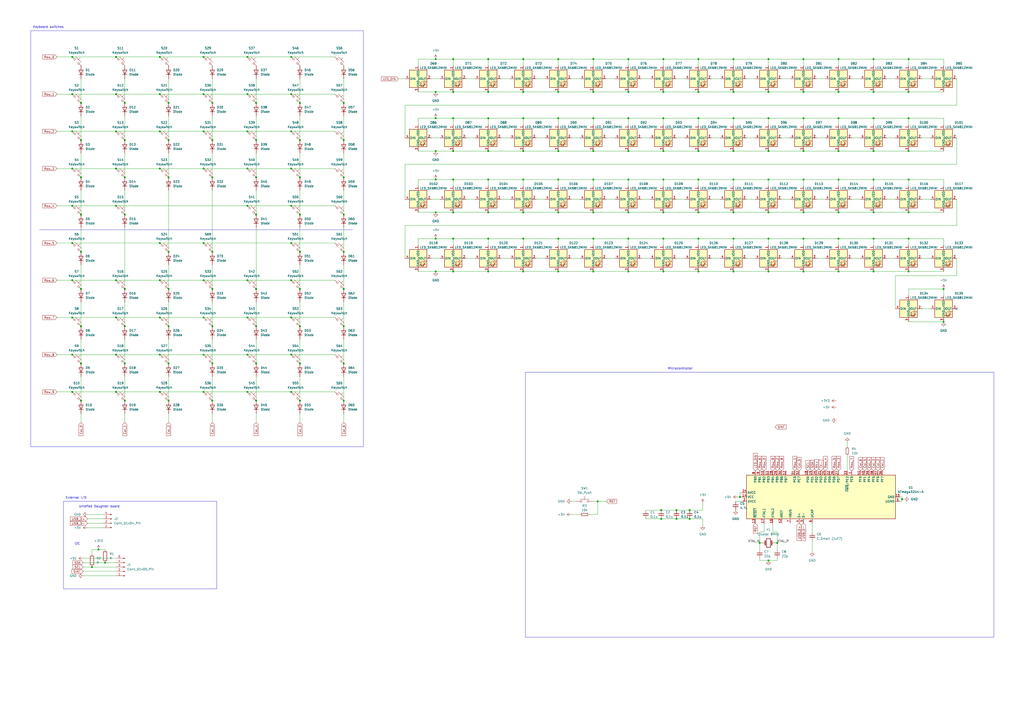
<source format=kicad_sch>
(kicad_sch (version 20230121) (generator eeschema)
  (paper "A2")
  (junction (at 173.99 146.05))
  (junction (at 148.59 124.46))
  (junction (at 486.41 34.29))
  (junction (at 384.81 68.58))
  (junction (at 97.79 146.05))
  (junction (at 92.71 33.02))
  (junction (at 283.21 34.29))
  (junction (at 364.49 157.48))
  (junction (at 425.45 68.58))
  (junction (at 92.71 227.33))
  (junction (at 506.73 87.63))
  (junction (at 425.45 34.29))
  (junction (at 323.85 87.63))
  (junction (at 143.51 227.33))
  (junction (at 46.99 232.41))
  (junction (at 72.39 210.82))
  (junction (at 445.77 325.12))
  (junction (at 466.09 53.34))
  (junction (at 425.45 104.14))
  (junction (at 392.43 300.99))
  (junction (at 262.89 123.19))
  (junction (at 41.91 162.56))
  (junction (at 364.49 34.29))
  (junction (at 60.96 326.39))
  (junction (at 527.05 53.34))
  (junction (at 527.05 34.29))
  (junction (at 57.15 318.77))
  (junction (at 143.51 97.79))
  (junction (at 143.51 76.2))
  (junction (at 199.39 124.46))
  (junction (at 323.85 53.34))
  (junction (at 252.73 87.63))
  (junction (at 486.41 53.34))
  (junction (at 173.99 102.87))
  (junction (at 523.24 289.56))
  (junction (at 323.85 138.43))
  (junction (at 527.05 123.19))
  (junction (at 486.41 123.19))
  (junction (at 262.89 157.48))
  (junction (at 67.31 162.56))
  (junction (at 148.59 189.23))
  (junction (at 168.91 33.02))
  (junction (at 405.13 123.19))
  (junction (at 67.31 227.33))
  (junction (at 527.05 138.43))
  (junction (at 262.89 53.34))
  (junction (at 506.73 34.29))
  (junction (at 547.37 167.64))
  (junction (at 168.91 227.33))
  (junction (at 384.81 123.19))
  (junction (at 400.05 300.99))
  (junction (at 92.71 97.79))
  (junction (at 118.11 97.79))
  (junction (at 252.73 157.48))
  (junction (at 118.11 162.56))
  (junction (at 123.19 102.87))
  (junction (at 466.09 138.43))
  (junction (at 123.19 59.69))
  (junction (at 168.91 54.61))
  (junction (at 67.31 76.2))
  (junction (at 41.91 33.02))
  (junction (at 97.79 102.87))
  (junction (at 425.45 138.43))
  (junction (at 72.39 81.28))
  (junction (at 46.99 167.64))
  (junction (at 364.49 87.63))
  (junction (at 168.91 162.56))
  (junction (at 123.19 81.28))
  (junction (at 344.17 157.48))
  (junction (at 405.13 157.48))
  (junction (at 168.91 184.15))
  (junction (at 346.71 290.83))
  (junction (at 364.49 53.34))
  (junction (at 466.09 34.29))
  (junction (at 97.79 59.69))
  (junction (at 344.17 68.58))
  (junction (at 445.77 87.63))
  (junction (at 405.13 53.34))
  (junction (at 67.31 54.61))
  (junction (at 283.21 138.43))
  (junction (at 383.54 300.99))
  (junction (at 46.99 146.05))
  (junction (at 41.91 54.61))
  (junction (at 486.41 138.43))
  (junction (at 72.39 189.23))
  (junction (at 123.19 167.64))
  (junction (at 506.73 68.58))
  (junction (at 148.59 232.41))
  (junction (at 303.53 34.29))
  (junction (at 41.91 76.2))
  (junction (at 384.81 157.48))
  (junction (at 72.39 59.69))
  (junction (at 506.73 123.19))
  (junction (at 262.89 138.43))
  (junction (at 46.99 210.82))
  (junction (at 384.81 104.14))
  (junction (at 148.59 102.87))
  (junction (at 118.11 76.2))
  (junction (at 506.73 53.34))
  (junction (at 67.31 119.38))
  (junction (at 283.21 53.34))
  (junction (at 199.39 189.23))
  (junction (at 425.45 53.34))
  (junction (at 466.09 87.63))
  (junction (at 450.85 314.96))
  (junction (at 173.99 210.82))
  (junction (at 429.26 288.29))
  (junction (at 262.89 87.63))
  (junction (at 466.09 123.19))
  (junction (at 72.39 102.87))
  (junction (at 72.39 232.41))
  (junction (at 303.53 157.48))
  (junction (at 547.37 186.69))
  (junction (at 143.51 184.15))
  (junction (at 262.89 68.58))
  (junction (at 118.11 140.97))
  (junction (at 323.85 68.58))
  (junction (at 425.45 157.48))
  (junction (at 364.49 138.43))
  (junction (at 486.41 104.14))
  (junction (at 168.91 119.38))
  (junction (at 97.79 189.23))
  (junction (at 92.71 76.2))
  (junction (at 344.17 53.34))
  (junction (at 252.73 123.19))
  (junction (at 262.89 104.14))
  (junction (at 97.79 167.64))
  (junction (at 199.39 210.82))
  (junction (at 364.49 123.19))
  (junction (at 252.73 138.43))
  (junction (at 118.11 54.61))
  (junction (at 118.11 33.02))
  (junction (at 384.81 138.43))
  (junction (at 118.11 184.15))
  (junction (at 143.51 33.02))
  (junction (at 445.77 68.58))
  (junction (at 173.99 59.69))
  (junction (at 303.53 53.34))
  (junction (at 392.43 295.91))
  (junction (at 41.91 184.15))
  (junction (at 283.21 87.63))
  (junction (at 445.77 104.14))
  (junction (at 405.13 87.63))
  (junction (at 41.91 119.38))
  (junction (at 41.91 140.97))
  (junction (at 53.34 328.93))
  (junction (at 323.85 123.19))
  (junction (at 283.21 123.19))
  (junction (at 46.99 124.46))
  (junction (at 67.31 205.74))
  (junction (at 383.54 295.91))
  (junction (at 344.17 104.14))
  (junction (at 97.79 210.82))
  (junction (at 303.53 138.43))
  (junction (at 72.39 124.46))
  (junction (at 445.77 157.48))
  (junction (at 405.13 34.29))
  (junction (at 283.21 68.58))
  (junction (at 364.49 104.14))
  (junction (at 252.73 34.29))
  (junction (at 168.91 76.2))
  (junction (at 466.09 68.58))
  (junction (at 527.05 68.58))
  (junction (at 425.45 87.63))
  (junction (at 527.05 87.63))
  (junction (at 199.39 167.64))
  (junction (at 123.19 189.23))
  (junction (at 506.73 138.43))
  (junction (at 252.73 68.58))
  (junction (at 445.77 34.29))
  (junction (at 405.13 138.43))
  (junction (at 118.11 227.33))
  (junction (at 143.51 119.38))
  (junction (at 46.99 59.69))
  (junction (at 123.19 232.41))
  (junction (at 173.99 124.46))
  (junction (at 199.39 59.69))
  (junction (at 143.51 162.56))
  (junction (at 41.91 97.79))
  (junction (at 344.17 138.43))
  (junction (at 143.51 205.74))
  (junction (at 364.49 68.58))
  (junction (at 283.21 104.14))
  (junction (at 527.05 104.14))
  (junction (at 199.39 146.05))
  (junction (at 199.39 232.41))
  (junction (at 118.11 205.74))
  (junction (at 323.85 34.29))
  (junction (at 384.81 34.29))
  (junction (at 92.71 140.97))
  (junction (at 173.99 189.23))
  (junction (at 148.59 167.64))
  (junction (at 425.45 123.19))
  (junction (at 405.13 104.14))
  (junction (at 148.59 59.69))
  (junction (at 173.99 167.64))
  (junction (at 67.31 97.79))
  (junction (at 67.31 33.02))
  (junction (at 506.73 104.14))
  (junction (at 46.99 189.23))
  (junction (at 148.59 210.82))
  (junction (at 384.81 87.63))
  (junction (at 148.59 81.28))
  (junction (at 344.17 34.29))
  (junction (at 384.81 53.34))
  (junction (at 199.39 102.87))
  (junction (at 400.05 295.91))
  (junction (at 252.73 53.34))
  (junction (at 486.41 157.48))
  (junction (at 303.53 104.14))
  (junction (at 46.99 102.87))
  (junction (at 92.71 54.61))
  (junction (at 72.39 167.64))
  (junction (at 527.05 157.48))
  (junction (at 344.17 123.19))
  (junction (at 168.91 205.74))
  (junction (at 445.77 138.43))
  (junction (at 92.71 184.15))
  (junction (at 41.91 205.74))
  (junction (at 440.69 314.96))
  (junction (at 506.73 157.48))
  (junction (at 323.85 104.14))
  (junction (at 41.91 227.33))
  (junction (at 344.17 87.63))
  (junction (at 173.99 232.41))
  (junction (at 303.53 87.63))
  (junction (at 123.19 210.82))
  (junction (at 466.09 157.48))
  (junction (at 143.51 54.61))
  (junction (at 97.79 232.41))
  (junction (at 173.99 81.28))
  (junction (at 252.73 104.14))
  (junction (at 486.41 87.63))
  (junction (at 445.77 53.34))
  (junction (at 303.53 123.19))
  (junction (at 323.85 157.48))
  (junction (at 486.41 68.58))
  (junction (at 92.71 162.56))
  (junction (at 46.99 81.28))
  (junction (at 168.91 97.79))
  (junction (at 466.09 104.14))
  (junction (at 303.53 68.58))
  (junction (at 97.79 81.28))
  (junction (at 283.21 157.48))
  (junction (at 92.71 205.74))
  (junction (at 262.89 34.29))
  (junction (at 168.91 140.97))
  (junction (at 67.31 184.15))
  (junction (at 405.13 68.58))
  (junction (at 123.19 146.05))
  (junction (at 445.77 123.19))
  (junction (at 199.39 81.28))
  (no_connect (at 554.99 179.07))
  (wire (pts (xy 168.91 97.79) (xy 194.31 97.79)))
  (wire (pts (xy 554.99 149.86) (xy 554.99 160.02)))
  (wire (pts (xy 311.15 115.57) (xy 316.23 115.57)))
  (wire (pts (xy 344.17 104.14) (xy 344.17 107.95)))
  (wire (pts (xy 445.77 53.34) (xy 466.09 53.34)))
  (wire (pts (xy 72.39 218.44) (xy 72.39 232.41)))
  (wire (pts (xy 92.71 33.02) (xy 118.11 33.02)))
  (wire (pts (xy 123.19 45.72) (xy 123.19 59.69)))
  (wire (pts (xy 445.77 138.43) (xy 445.77 142.24)))
  (wire (pts (xy 303.53 68.58) (xy 323.85 68.58)))
  (wire (pts (xy 494.03 115.57) (xy 499.11 115.57)))
  (wire (pts (xy 351.79 45.72) (xy 356.87 45.72)))
  (wire (pts (xy 527.05 104.14) (xy 527.05 107.95)))
  (wire (pts (xy 364.49 68.58) (xy 364.49 72.39)))
  (wire (pts (xy 372.11 115.57) (xy 377.19 115.57)))
  (wire (pts (xy 199.39 153.67) (xy 199.39 167.64)))
  (wire (pts (xy 283.21 104.14) (xy 283.21 107.95)))
  (wire (pts (xy 374.65 300.99) (xy 383.54 300.99)))
  (wire (pts (xy 199.39 196.85) (xy 199.39 210.82)))
  (wire (pts (xy 412.75 149.86) (xy 417.83 149.86)))
  (wire (pts (xy 547.37 34.29) (xy 547.37 38.1)))
  (wire (pts (xy 473.71 45.72) (xy 478.79 45.72)))
  (wire (pts (xy 491.49 264.16) (xy 491.49 273.05)))
  (wire (pts (xy 173.99 240.03) (xy 173.99 245.11)))
  (wire (pts (xy 173.99 67.31) (xy 173.99 81.28)))
  (wire (pts (xy 118.11 33.02) (xy 143.51 33.02)))
  (wire (pts (xy 168.91 227.33) (xy 194.31 227.33)))
  (wire (pts (xy 506.73 87.63) (xy 527.05 87.63)))
  (wire (pts (xy 445.77 104.14) (xy 466.09 104.14)))
  (wire (pts (xy 527.05 53.34) (xy 547.37 53.34)))
  (wire (pts (xy 384.81 104.14) (xy 384.81 107.95)))
  (wire (pts (xy 242.57 157.48) (xy 252.73 157.48)))
  (wire (pts (xy 514.35 45.72) (xy 519.43 45.72)))
  (wire (pts (xy 554.99 60.96) (xy 234.95 60.96)))
  (wire (pts (xy 506.73 104.14) (xy 527.05 104.14)))
  (wire (pts (xy 33.02 76.2) (xy 41.91 76.2)))
  (wire (pts (xy 234.95 95.25) (xy 554.99 95.25)))
  (wire (pts (xy 448.31 308.61) (xy 450.85 308.61)))
  (wire (pts (xy 50.8 306.07) (xy 59.69 306.07)))
  (wire (pts (xy 57.15 318.77) (xy 60.96 318.77)))
  (wire (pts (xy 41.91 76.2) (xy 67.31 76.2)))
  (wire (pts (xy 527.05 34.29) (xy 527.05 38.1)))
  (wire (pts (xy 473.71 80.01) (xy 478.79 80.01)))
  (wire (pts (xy 412.75 80.01) (xy 417.83 80.01)))
  (wire (pts (xy 450.85 314.96) (xy 450.85 318.77)))
  (wire (pts (xy 283.21 157.48) (xy 303.53 157.48)))
  (wire (pts (xy 527.05 186.69) (xy 547.37 186.69)))
  (wire (pts (xy 262.89 68.58) (xy 262.89 72.39)))
  (wire (pts (xy 554.99 130.81) (xy 234.95 130.81)))
  (wire (pts (xy 364.49 104.14) (xy 384.81 104.14)))
  (wire (pts (xy 534.67 149.86) (xy 539.75 149.86)))
  (wire (pts (xy 323.85 34.29) (xy 344.17 34.29)))
  (wire (pts (xy 290.83 80.01) (xy 295.91 80.01)))
  (wire (pts (xy 323.85 34.29) (xy 323.85 38.1)))
  (wire (pts (xy 48.26 323.85) (xy 67.31 323.85)))
  (wire (pts (xy 46.99 218.44) (xy 46.99 232.41)))
  (wire (pts (xy 303.53 68.58) (xy 303.53 72.39)))
  (wire (pts (xy 97.79 153.67) (xy 97.79 167.64)))
  (wire (pts (xy 323.85 138.43) (xy 323.85 142.24)))
  (wire (pts (xy 466.09 34.29) (xy 486.41 34.29)))
  (wire (pts (xy 72.39 88.9) (xy 72.39 102.87)))
  (wire (pts (xy 384.81 53.34) (xy 405.13 53.34)))
  (wire (pts (xy 92.71 97.79) (xy 118.11 97.79)))
  (wire (pts (xy 123.19 196.85) (xy 123.19 210.82)))
  (wire (pts (xy 143.51 184.15) (xy 168.91 184.15)))
  (wire (pts (xy 97.79 218.44) (xy 97.79 232.41)))
  (wire (pts (xy 173.99 175.26) (xy 173.99 189.23)))
  (wire (pts (xy 123.19 153.67) (xy 123.19 167.64)))
  (wire (pts (xy 344.17 87.63) (xy 364.49 87.63)))
  (wire (pts (xy 331.47 149.86) (xy 336.55 149.86)))
  (wire (pts (xy 46.99 196.85) (xy 46.99 210.82)))
  (wire (pts (xy 407.67 292.1) (xy 407.67 295.91)))
  (wire (pts (xy 443.23 308.61) (xy 440.69 308.61)))
  (wire (pts (xy 97.79 67.31) (xy 97.79 81.28)))
  (wire (pts (xy 364.49 53.34) (xy 384.81 53.34)))
  (wire (pts (xy 384.81 34.29) (xy 405.13 34.29)))
  (wire (pts (xy 486.41 138.43) (xy 486.41 142.24)))
  (wire (pts (xy 283.21 68.58) (xy 303.53 68.58)))
  (wire (pts (xy 486.41 157.48) (xy 506.73 157.48)))
  (wire (pts (xy 262.89 138.43) (xy 283.21 138.43)))
  (wire (pts (xy 443.23 303.53) (xy 443.23 308.61)))
  (wire (pts (xy 283.21 34.29) (xy 303.53 34.29)))
  (wire (pts (xy 425.45 104.14) (xy 425.45 107.95)))
  (wire (pts (xy 527.05 138.43) (xy 527.05 142.24)))
  (wire (pts (xy 445.77 34.29) (xy 445.77 38.1)))
  (wire (pts (xy 344.17 68.58) (xy 364.49 68.58)))
  (wire (pts (xy 118.11 97.79) (xy 143.51 97.79)))
  (wire (pts (xy 92.71 162.56) (xy 67.31 162.56)))
  (wire (pts (xy 67.31 97.79) (xy 92.71 97.79)))
  (wire (pts (xy 425.45 138.43) (xy 445.77 138.43)))
  (wire (pts (xy 97.79 88.9) (xy 97.79 102.87)))
  (wire (pts (xy 407.67 300.99) (xy 407.67 304.8)))
  (wire (pts (xy 72.39 67.31) (xy 72.39 81.28)))
  (wire (pts (xy 92.71 205.74) (xy 118.11 205.74)))
  (wire (pts (xy 252.73 87.63) (xy 262.89 87.63)))
  (wire (pts (xy 450.85 308.61) (xy 450.85 314.96)))
  (wire (pts (xy 392.43 295.91) (xy 400.05 295.91)))
  (wire (pts (xy 364.49 87.63) (xy 384.81 87.63)))
  (wire (pts (xy 53.34 328.93) (xy 67.31 328.93)))
  (wire (pts (xy 405.13 123.19) (xy 425.45 123.19)))
  (wire (pts (xy 33.02 184.15) (xy 41.91 184.15)))
  (wire (pts (xy 445.77 157.48) (xy 466.09 157.48)))
  (wire (pts (xy 400.05 300.99) (xy 407.67 300.99)))
  (wire (pts (xy 173.99 88.9) (xy 173.99 102.87)))
  (wire (pts (xy 67.31 184.15) (xy 92.71 184.15)))
  (wire (pts (xy 92.71 76.2) (xy 118.11 76.2)))
  (wire (pts (xy 466.09 123.19) (xy 486.41 123.19)))
  (wire (pts (xy 392.43 149.86) (xy 397.51 149.86)))
  (wire (pts (xy 425.45 34.29) (xy 425.45 38.1)))
  (wire (pts (xy 242.57 142.24) (xy 242.57 138.43)))
  (wire (pts (xy 441.96 314.96) (xy 440.69 314.96)))
  (wire (pts (xy 429.26 288.29) (xy 430.53 288.29)))
  (wire (pts (xy 242.57 123.19) (xy 252.73 123.19)))
  (wire (pts (xy 527.05 171.45) (xy 527.05 167.64)))
  (wire (pts (xy 346.71 290.83) (xy 351.79 290.83)))
  (wire (pts (xy 506.73 68.58) (xy 506.73 72.39)))
  (wire (pts (xy 97.79 45.72) (xy 97.79 59.69)))
  (wire (pts (xy 405.13 53.34) (xy 425.45 53.34)))
  (wire (pts (xy 430.53 285.75) (xy 429.26 285.75)))
  (wire (pts (xy 554.99 160.02) (xy 519.43 160.02)))
  (wire (pts (xy 331.47 80.01) (xy 336.55 80.01)))
  (wire (pts (xy 344.17 53.34) (xy 364.49 53.34)))
  (wire (pts (xy 440.69 314.96) (xy 440.69 318.77)))
  (wire (pts (xy 143.51 97.79) (xy 168.91 97.79)))
  (wire (pts (xy 33.02 97.79) (xy 41.91 97.79)))
  (wire (pts (xy 392.43 300.99) (xy 400.05 300.99)))
  (wire (pts (xy 323.85 68.58) (xy 323.85 72.39)))
  (wire (pts (xy 466.09 87.63) (xy 486.41 87.63)))
  (wire (pts (xy 471.17 308.61) (xy 471.17 303.53)))
  (wire (pts (xy 425.45 157.48) (xy 445.77 157.48)))
  (wire (pts (xy 392.43 45.72) (xy 397.51 45.72)))
  (wire (pts (xy 41.91 205.74) (xy 67.31 205.74)))
  (wire (pts (xy 168.91 162.56) (xy 194.31 162.56)))
  (wire (pts (xy 344.17 290.83) (xy 346.71 290.83)))
  (wire (pts (xy 67.31 76.2) (xy 92.71 76.2)))
  (wire (pts (xy 242.57 138.43) (xy 252.73 138.43)))
  (wire (pts (xy 466.09 68.58) (xy 466.09 72.39)))
  (wire (pts (xy 262.89 157.48) (xy 283.21 157.48)))
  (wire (pts (xy 425.45 53.34) (xy 445.77 53.34)))
  (wire (pts (xy 123.19 67.31) (xy 123.19 81.28)))
  (wire (pts (xy 466.09 104.14) (xy 466.09 107.95)))
  (wire (pts (xy 344.17 104.14) (xy 364.49 104.14)))
  (wire (pts (xy 173.99 45.72) (xy 173.99 59.69)))
  (wire (pts (xy 199.39 175.26) (xy 199.39 189.23)))
  (wire (pts (xy 426.72 290.83) (xy 430.53 290.83)))
  (wire (pts (xy 48.26 334.01) (xy 67.31 334.01)))
  (wire (pts (xy 173.99 196.85) (xy 173.99 210.82)))
  (wire (pts (xy 486.41 123.19) (xy 506.73 123.19)))
  (wire (pts (xy 405.13 157.48) (xy 425.45 157.48)))
  (wire (pts (xy 527.05 68.58) (xy 527.05 72.39)))
  (wire (pts (xy 433.07 80.01) (xy 438.15 80.01)))
  (wire (pts (xy 199.39 88.9) (xy 199.39 102.87)))
  (wire (pts (xy 123.19 240.03) (xy 123.19 245.11)))
  (wire (pts (xy 506.73 104.14) (xy 506.73 107.95)))
  (wire (pts (xy 303.53 138.43) (xy 303.53 142.24)))
  (wire (pts (xy 351.79 80.01) (xy 356.87 80.01)))
  (wire (pts (xy 374.65 295.91) (xy 383.54 295.91)))
  (wire (pts (xy 242.57 53.34) (xy 252.73 53.34)))
  (wire (pts (xy 405.13 87.63) (xy 425.45 87.63)))
  (wire (pts (xy 425.45 104.14) (xy 445.77 104.14)))
  (wire (pts (xy 262.89 104.14) (xy 262.89 107.95)))
  (wire (pts (xy 344.17 138.43) (xy 364.49 138.43)))
  (wire (pts (xy 148.59 218.44) (xy 148.59 232.41)))
  (wire (pts (xy 242.57 104.14) (xy 252.73 104.14)))
  (wire (pts (xy 506.73 157.48) (xy 527.05 157.48)))
  (wire (pts (xy 405.13 104.14) (xy 425.45 104.14)))
  (wire (pts (xy 384.81 34.29) (xy 384.81 38.1)))
  (wire (pts (xy 199.39 240.03) (xy 199.39 245.11)))
  (wire (pts (xy 440.69 325.12) (xy 445.77 325.12)))
  (wire (pts (xy 527.05 157.48) (xy 547.37 157.48)))
  (wire (pts (xy 199.39 67.31) (xy 199.39 81.28)))
  (wire (pts (xy 92.71 54.61) (xy 118.11 54.61)))
  (wire (pts (xy 234.95 130.81) (xy 234.95 149.86)))
  (wire (pts (xy 341.63 298.45) (xy 346.71 298.45)))
  (wire (pts (xy 466.09 104.14) (xy 486.41 104.14)))
  (wire (pts (xy 323.85 104.14) (xy 344.17 104.14)))
  (wire (pts (xy 425.45 87.63) (xy 445.77 87.63)))
  (wire (pts (xy 344.17 34.29) (xy 364.49 34.29)))
  (wire (pts (xy 372.11 45.72) (xy 377.19 45.72)))
  (wire (pts (xy 514.35 80.01) (xy 519.43 80.01)))
  (wire (pts (xy 425.45 34.29) (xy 445.77 34.29)))
  (wire (pts (xy 486.41 53.34) (xy 506.73 53.34)))
  (wire (pts (xy 234.95 60.96) (xy 234.95 80.01)))
  (wire (pts (xy 168.91 140.97) (xy 194.31 140.97)))
  (wire (pts (xy 262.89 68.58) (xy 283.21 68.58)))
  (wire (pts (xy 33.02 227.33) (xy 41.91 227.33)))
  (wire (pts (xy 46.99 175.26) (xy 46.99 189.23)))
  (wire (pts (xy 445.77 34.29) (xy 466.09 34.29)))
  (wire (pts (xy 506.73 34.29) (xy 506.73 38.1)))
  (wire (pts (xy 344.17 68.58) (xy 344.17 72.39)))
  (wire (pts (xy 547.37 104.14) (xy 547.37 107.95)))
  (wire (pts (xy 303.53 34.29) (xy 323.85 34.29)))
  (wire (pts (xy 33.02 119.38) (xy 41.91 119.38)))
  (wire (pts (xy 425.45 68.58) (xy 425.45 72.39)))
  (wire (pts (xy 199.39 132.08) (xy 199.39 146.05)))
  (wire (pts (xy 453.39 45.72) (xy 458.47 45.72)))
  (wire (pts (xy 67.31 227.33) (xy 92.71 227.33)))
  (wire (pts (xy 33.02 205.74) (xy 41.91 205.74)))
  (wire (pts (xy 433.07 149.86) (xy 438.15 149.86)))
  (wire (pts (xy 344.17 157.48) (xy 364.49 157.48)))
  (wire (pts (xy 384.81 68.58) (xy 405.13 68.58)))
  (wire (pts (xy 41.91 33.02) (xy 67.31 33.02)))
  (wire (pts (xy 270.51 45.72) (xy 275.59 45.72)))
  (wire (pts (xy 405.13 138.43) (xy 425.45 138.43)))
  (wire (pts (xy 323.85 138.43) (xy 344.17 138.43)))
  (wire (pts (xy 527.05 104.14) (xy 547.37 104.14)))
  (wire (pts (xy 486.41 68.58) (xy 486.41 72.39)))
  (wire (pts (xy 445.77 123.19) (xy 466.09 123.19)))
  (wire (pts (xy 523.24 289.56) (xy 523.24 288.29)))
  (wire (pts (xy 494.03 149.86) (xy 499.11 149.86)))
  (wire (pts (xy 199.39 45.72) (xy 199.39 59.69)))
  (wire (pts (xy 384.81 123.19) (xy 405.13 123.19)))
  (wire (pts (xy 523.24 290.83) (xy 523.24 289.56)))
  (wire (pts (xy 445.77 68.58) (xy 445.77 72.39)))
  (wire (pts (xy 486.41 34.29) (xy 486.41 38.1)))
  (wire (pts (xy 405.13 34.29) (xy 405.13 38.1)))
  (wire (pts (xy 384.81 87.63) (xy 405.13 87.63)))
  (wire (pts (xy 323.85 104.14) (xy 323.85 107.95)))
  (wire (pts (xy 412.75 115.57) (xy 417.83 115.57)))
  (wire (pts (xy 48.26 331.47) (xy 67.31 331.47)))
  (wire (pts (xy 445.77 68.58) (xy 466.09 68.58)))
  (wire (pts (xy 57.15 318.77) (xy 53.34 318.77)))
  (wire (pts (xy 123.19 218.44) (xy 123.19 232.41)))
  (wire (pts (xy 344.17 34.29) (xy 344.17 38.1)))
  (wire (pts (xy 364.49 138.43) (xy 364.49 142.24)))
  (wire (pts (xy 123.19 110.49) (xy 123.19 146.05)))
  (wire (pts (xy 486.41 68.58) (xy 506.73 68.58)))
  (wire (pts (xy 231.14 45.72) (xy 234.95 45.72)))
  (wire (pts (xy 97.79 110.49) (xy 97.79 146.05)))
  (wire (pts (xy 252.73 68.58) (xy 262.89 68.58)))
  (wire (pts (xy 118.11 162.56) (xy 143.51 162.56)))
  (wire (pts (xy 466.09 138.43) (xy 466.09 142.24)))
  (wire (pts (xy 234.95 115.57) (xy 234.95 95.25)))
  (wire (pts (xy 453.39 115.57) (xy 458.47 115.57)))
  (wire (pts (xy 60.96 326.39) (xy 67.31 326.39)))
  (wire (pts (xy 270.51 80.01) (xy 275.59 80.01)))
  (wire (pts (xy 252.73 157.48) (xy 262.89 157.48)))
  (wire (pts (xy 527.05 167.64) (xy 547.37 167.64)))
  (wire (pts (xy 41.91 54.61) (xy 67.31 54.61)))
  (wire (pts (xy 527.05 34.29) (xy 547.37 34.29)))
  (wire (pts (xy 303.53 157.48) (xy 323.85 157.48)))
  (wire (pts (xy 252.73 138.43) (xy 262.89 138.43)))
  (wire (pts (xy 283.21 138.43) (xy 303.53 138.43)))
  (wire (pts (xy 250.19 149.86) (xy 255.27 149.86)))
  (wire (pts (xy 242.57 72.39) (xy 242.57 68.58)))
  (wire (pts (xy 486.41 104.14) (xy 506.73 104.14)))
  (wire (pts (xy 270.51 115.57) (xy 275.59 115.57)))
  (wire (pts (xy 250.19 80.01) (xy 255.27 80.01)))
  (wire (pts (xy 118.11 184.15) (xy 143.51 184.15)))
  (wire (pts (xy 527.05 123.19) (xy 547.37 123.19)))
  (wire (pts (xy 46.99 132.08) (xy 46.99 146.05)))
  (wire (pts (xy 199.39 110.49) (xy 199.39 124.46)))
  (wire (pts (xy 364.49 138.43) (xy 384.81 138.43)))
  (wire (pts (xy 252.73 34.29) (xy 262.89 34.29)))
  (wire (pts (xy 486.41 87.63) (xy 506.73 87.63)))
  (wire (pts (xy 50.8 298.45) (xy 59.69 298.45)))
  (wire (pts (xy 514.35 149.86) (xy 519.43 149.86)))
  (wire (pts (xy 344.17 123.19) (xy 364.49 123.19)))
  (wire (pts (xy 46.99 240.03) (xy 46.99 245.11)))
  (wire (pts (xy 252.73 123.19) (xy 262.89 123.19)))
  (wire (pts (xy 303.53 104.14) (xy 323.85 104.14)))
  (wire (pts (xy 72.39 132.08) (xy 72.39 167.64)))
  (wire (pts (xy 494.03 45.72) (xy 499.11 45.72)))
  (wire (pts (xy 148.59 88.9) (xy 148.59 102.87)))
  (wire (pts (xy 534.67 179.07) (xy 539.75 179.07)))
  (wire (pts (xy 323.85 87.63) (xy 344.17 87.63)))
  (wire (pts (xy 46.99 153.67) (xy 46.99 167.64)))
  (wire (pts (xy 303.53 104.14) (xy 303.53 107.95)))
  (wire (pts (xy 242.57 34.29) (xy 252.73 34.29)))
  (wire (pts (xy 168.91 184.15) (xy 194.31 184.15)))
  (wire (pts (xy 303.53 87.63) (xy 323.85 87.63)))
  (wire (pts (xy 48.26 326.39) (xy 60.96 326.39)))
  (wire (pts (xy 364.49 123.19) (xy 384.81 123.19)))
  (wire (pts (xy 143.51 119.38) (xy 168.91 119.38)))
  (wire (pts (xy 351.79 149.86) (xy 356.87 149.86)))
  (wire (pts (xy 46.99 110.49) (xy 46.99 124.46)))
  (wire (pts (xy 148.59 240.03) (xy 148.59 245.11)))
  (wire (pts (xy 486.41 138.43) (xy 506.73 138.43)))
  (wire (pts (xy 346.71 298.45) (xy 346.71 290.83)))
  (wire (pts (xy 92.71 205.74) (xy 67.31 205.74)))
  (wire (pts (xy 41.91 119.38) (xy 67.31 119.38)))
  (wire (pts (xy 506.73 138.43) (xy 506.73 142.24)))
  (wire (pts (xy 547.37 138.43) (xy 547.37 142.24)))
  (wire (pts (xy 331.47 45.72) (xy 336.55 45.72)))
  (wire (pts (xy 427.99 288.29) (xy 429.26 288.29)))
  (wire (pts (xy 46.99 88.9) (xy 46.99 102.87)))
  (wire (pts (xy 506.73 123.19) (xy 527.05 123.19)))
  (wire (pts (xy 173.99 132.08) (xy 173.99 146.05)))
  (wire (pts (xy 527.05 138.43) (xy 547.37 138.43)))
  (wire (pts (xy 33.02 140.97) (xy 41.91 140.97)))
  (wire (pts (xy 440.69 308.61) (xy 440.69 314.96)))
  (wire (pts (xy 72.39 175.26) (xy 72.39 189.23)))
  (wire (pts (xy 440.69 323.85) (xy 440.69 325.12)))
  (wire (pts (xy 67.31 54.61) (xy 92.71 54.61)))
  (wire (pts (xy 425.45 123.19) (xy 445.77 123.19)))
  (wire (pts (xy 67.31 33.02) (xy 92.71 33.02)))
  (wire (pts (xy 494.03 80.01) (xy 499.11 80.01)))
  (wire (pts (xy 425.45 138.43) (xy 425.45 142.24)))
  (wire (pts (xy 405.13 68.58) (xy 425.45 68.58)))
  (wire (pts (xy 519.43 160.02) (xy 519.43 179.07)))
  (wire (pts (xy 486.41 34.29) (xy 506.73 34.29)))
  (wire (pts (xy 491.49 259.08) (xy 491.49 256.54)))
  (wire (pts (xy 72.39 45.72) (xy 72.39 59.69)))
  (wire (pts (xy 473.71 149.86) (xy 478.79 149.86)))
  (wire (pts (xy 344.17 138.43) (xy 344.17 142.24)))
  (wire (pts (xy 400.05 295.91) (xy 407.67 295.91)))
  (wire (pts (xy 262.89 53.34) (xy 283.21 53.34)))
  (wire (pts (xy 242.57 68.58) (xy 252.73 68.58)))
  (wire (pts (xy 262.89 138.43) (xy 262.89 142.24)))
  (wire (pts (xy 67.31 119.38) (xy 143.51 119.38)))
  (wire (pts (xy 250.19 115.57) (xy 255.27 115.57)))
  (wire (pts (xy 311.15 149.86) (xy 316.23 149.86)))
  (wire (pts (xy 97.79 240.03) (xy 97.79 245.11)))
  (wire (pts (xy 547.37 167.64) (xy 547.37 171.45)))
  (wire (pts (xy 384.81 104.14) (xy 405.13 104.14)))
  (wire (pts (xy 429.26 285.75) (xy 429.26 288.29)))
  (wire (pts (xy 33.02 33.02) (xy 41.91 33.02)))
  (wire (pts (xy 143.51 33.02) (xy 168.91 33.02)))
  (wire (pts (xy 262.89 34.29) (xy 262.89 38.1)))
  (wire (pts (xy 143.51 162.56) (xy 168.91 162.56)))
  (wire (pts (xy 303.53 34.29) (xy 303.53 38.1)))
  (wire (pts (xy 173.99 218.44) (xy 173.99 232.41)))
  (wire (pts (xy 290.83 149.86) (xy 295.91 149.86)))
  (wire (pts (xy 506.73 34.29) (xy 527.05 34.29)))
  (wire (pts (xy 405.13 104.14) (xy 405.13 107.95)))
  (wire (pts (xy 554.99 45.72) (xy 554.99 60.96)))
  (wire (pts (xy 46.99 45.72) (xy 46.99 59.69)))
  (wire (pts (xy 425.45 68.58) (xy 445.77 68.58)))
  (wire (pts (xy 364.49 34.29) (xy 364.49 38.1)))
  (wire (pts (xy 41.91 140.97) (xy 92.71 140.97)))
  (wire (pts (xy 506.73 68.58) (xy 527.05 68.58)))
  (wire (pts (xy 173.99 110.49) (xy 173.99 124.46)))
  (wire (pts (xy 303.53 138.43) (xy 323.85 138.43)))
  (wire (pts (xy 445.77 87.63) (xy 466.09 87.63)))
  (wire (pts (xy 364.49 68.58) (xy 384.81 68.58)))
  (wire (pts (xy 143.51 227.33) (xy 168.91 227.33)))
  (wire (pts (xy 290.83 115.57) (xy 295.91 115.57)))
  (wire (pts (xy 143.51 76.2) (xy 168.91 76.2)))
  (wire (pts (xy 383.54 295.91) (xy 392.43 295.91)))
  (wire (pts (xy 242.57 107.95) (xy 242.57 104.14)))
  (wire (pts (xy 199.39 218.44) (xy 199.39 232.41)))
  (wire (pts (xy 270.51 149.86) (xy 275.59 149.86)))
  (wire (pts (xy 506.73 138.43) (xy 527.05 138.43)))
  (wire (pts (xy 471.17 320.04) (xy 471.17 313.69)))
  (wire (pts (xy 466.09 157.48) (xy 486.41 157.48)))
  (wire (pts (xy 72.39 240.03) (xy 72.39 245.11)))
  (wire (pts (xy 323.85 68.58) (xy 344.17 68.58)))
  (wire (pts (xy 33.02 54.61) (xy 41.91 54.61)))
  (wire (pts (xy 303.53 123.19) (xy 323.85 123.19)))
  (wire (pts (xy 53.34 318.77) (xy 53.34 321.31)))
  (wire (pts (xy 445.77 104.14) (xy 445.77 107.95)))
  (wire (pts (xy 72.39 196.85) (xy 72.39 210.82)))
  (wire (pts (xy 311.15 45.72) (xy 316.23 45.72)))
  (wire (pts (xy 527.05 87.63) (xy 547.37 87.63)))
  (wire (pts (xy 547.37 68.58) (xy 547.37 72.39)))
  (wire (pts (xy 252.73 104.14) (xy 262.89 104.14)))
  (wire (pts (xy 41.91 184.15) (xy 67.31 184.15)))
  (wire (pts (xy 466.09 53.34) (xy 486.41 53.34)))
  (wire (pts (xy 311.15 80.01) (xy 316.23 80.01)))
  (wire (pts (xy 143.51 54.61) (xy 168.91 54.61)))
  (wire (pts (xy 453.39 80.01) (xy 458.47 80.01)))
  (wire (pts (xy 383.54 300.99) (xy 392.43 300.99)))
  (wire (pts (xy 466.09 34.29) (xy 466.09 38.1)))
  (wire (pts (xy 143.51 205.74) (xy 118.11 205.74)))
  (wire (pts (xy 148.59 110.49) (xy 148.59 124.46)))
  (wire (pts (xy 168.91 76.2) (xy 194.31 76.2)))
  (wire (pts (xy 123.19 88.9) (xy 123.19 102.87)))
  (wire (pts (xy 118.11 227.33) (xy 143.51 227.33)))
  (wire (pts (xy 534.67 115.57) (xy 539.75 115.57)))
  (wire (pts (xy 173.99 153.67) (xy 173.99 167.64)))
  (wire (pts (xy 323.85 123.19) (xy 344.17 123.19)))
  (wire (pts (xy 148.59 132.08) (xy 148.59 167.64)))
  (wire (pts (xy 148.59 175.26) (xy 148.59 189.23)))
  (wire (pts (xy 521.97 290.83) (xy 523.24 290.83)))
  (wire (pts (xy 283.21 138.43) (xy 283.21 142.24)))
  (wire (pts (xy 41.91 97.79) (xy 67.31 97.79)))
  (wire (pts (xy 72.39 110.49) (xy 72.39 124.46)))
  (wire (pts (xy 445.77 325.12) (xy 450.85 325.12)))
  (wire (pts (xy 283.21 123.19) (xy 303.53 123.19)))
  (wire (pts (xy 445.77 138.43) (xy 466.09 138.43)))
  (wire (pts (xy 384.81 138.43) (xy 405.13 138.43)))
  (wire (pts (xy 46.99 67.31) (xy 46.99 81.28)))
  (wire (pts (xy 168.91 54.61) (xy 194.31 54.61)))
  (wire (pts (xy 331.47 290.83) (xy 334.01 290.83)))
  (wire (pts (xy 392.43 80.01) (xy 397.51 80.01)))
  (wire (pts (xy 262.89 104.14) (xy 283.21 104.14)))
  (wire (pts (xy 534.67 80.01) (xy 539.75 80.01)))
  (wire (pts (xy 143.51 205.74) (xy 168.91 205.74)))
  (wire (pts (xy 523.24 288.29) (xy 521.97 288.29)))
  (wire (pts (xy 323.85 157.48) (xy 344.17 157.48)))
  (wire (pts (xy 331.47 298.45) (xy 336.55 298.45)))
  (wire (pts (xy 262.89 123.19) (xy 283.21 123.19)))
  (wire (pts (xy 450.85 325.12) (xy 450.85 323.85)))
  (wire (pts (xy 466.09 138.43) (xy 486.41 138.43)))
  (wire (pts (xy 252.73 53.34) (xy 262.89 53.34)))
  (wire (pts (xy 41.91 162.56) (xy 67.31 162.56)))
  (wire (pts (xy 92.71 184.15) (xy 118.11 184.15)))
  (wire (pts (xy 372.11 149.86) (xy 377.19 149.86)))
  (wire (pts (xy 123.19 175.26) (xy 123.19 189.23)))
  (wire (pts (xy 168.91 33.02) (xy 194.31 33.02)))
  (wire (pts (xy 283.21 53.34) (xy 303.53 53.34)))
  (wire (pts (xy 118.11 54.61) (xy 143.51 54.61)))
  (wire (pts (xy 48.26 328.93) (xy 53.34 328.93)))
  (wire (pts (xy 412.75 45.72) (xy 417.83 45.72)))
  (wire (pts (xy 372.11 80.01) (xy 377.19 80.01)))
  (wire (pts (xy 364.49 34.29) (xy 384.81 34.29)))
  (wire (pts (xy 92.71 227.33) (xy 118.11 227.33)))
  (wire (pts (xy 262.89 34.29) (xy 283.21 34.29)))
  (wire (pts (xy 50.8 300.99) (xy 59.69 300.99)))
  (wire (pts (xy 448.31 303.53) (xy 448.31 308.61)))
  (wire (pts (xy 168.91 119.38) (xy 194.31 119.38)))
  (wire (pts (xy 323.85 53.34) (xy 344.17 53.34)))
  (wire (pts (xy 453.39 149.86) (xy 458.47 149.86)))
  (wire (pts (xy 148.59 67.31) (xy 148.59 81.28)))
  (wire (pts (xy 283.21 34.29) (xy 283.21 38.1)))
  (wire (pts (xy 384.81 68.58) (xy 384.81 72.39)))
  (wire (pts (xy 283.21 87.63) (xy 303.53 87.63)))
  (wire (pts (xy 242.57 87.63) (xy 252.73 87.63)))
  (wire (pts (xy 384.81 138.43) (xy 384.81 142.24)))
  (wire (pts (xy 97.79 196.85) (xy 97.79 210.82)))
  (wire (pts (xy 514.35 115.57) (xy 519.43 115.57)))
  (wire (pts (xy 364.49 104.14) (xy 364.49 107.95)))
  (wire (pts (xy 262.89 87.63) (xy 283.21 87.63)))
  (wire (pts (xy 303.53 53.34) (xy 323.85 53.34)))
  (wire (pts (xy 283.21 68.58) (xy 283.21 72.39)))
  (wire (pts (xy 449.58 314.96) (xy 450.85 314.96)))
  (wire (pts (xy 433.07 115.57) (xy 438.15 115.57)))
  (wire (pts (xy 554.99 115.57) (xy 554.99 130.81)))
  (wire (pts (xy 92.71 140.97) (xy 118.11 140.97)))
  (wire (pts (xy 405.13 138.43) (xy 405.13 142.24)))
  (wire (pts (xy 290.83 45.72) (xy 295.91 45.72)))
  (wire (pts (xy 92.71 162.56) (xy 118.11 162.56)))
  (wire (pts (xy 250.19 45.72) (xy 255.27 45.72)))
  (wire (pts (xy 97.79 175.26) (xy 97.79 189.23)))
  (wire (pts (xy 554.99 95.25) (xy 554.99 80.01)))
  (wire (pts (xy 118.11 140.97) (xy 168.91 140.97)))
  (wire (pts (xy 148.59 196.85) (xy 148.59 210.82)))
  (wire (pts (xy 486.41 104.14) (xy 486.41 107.95)))
  (wire (pts (xy 118.11 76.2) (xy 143.51 76.2)))
  (wire (pts (xy 384.81 157.48) (xy 405.13 157.48)))
  (wire (pts (xy 148.59 45.72) (xy 148.59 59.69)))
  (wire (pts (xy 331.47 115.57) (xy 336.55 115.57)))
  (wire (pts (xy 534.67 45.72) (xy 539.75 45.72)))
  (wire (pts (xy 506.73 53.34) (xy 527.05 53.34)))
  (wire (pts (xy 466.09 68.58) (xy 486.41 68.58)))
  (wire (pts (xy 242.57 38.1) (xy 242.57 34.29)))
  (wire (pts (xy 433.07 45.72) (xy 438.15 45.72)))
  (wire (pts (xy 473.71 115.57) (xy 478.79 115.57)))
  (wire (pts (xy 33.02 162.56) (xy 41.91 162.56)))
  (wire (pts (xy 527.05 68.58) (xy 547.37 68.58)))
  (wire (pts (xy 168.91 205.74) (xy 194.31 205.74)))
  (wire (pts (xy 283.21 104.14) (xy 303.53 104.14)))
  (wire (pts (xy 50.8 303.53) (xy 59.69 303.53)))
  (wire (pts (xy 392.43 115.57) (xy 397.51 115.57)))
  (wire (pts (xy 351.79 115.57) (xy 356.87 115.57)))
  (wire (pts (xy 523.24 289.56) (xy 524.51 289.56)))
  (wire (pts (xy 41.91 227.33) (xy 67.31 227.33)))
  (wire (pts (xy 405.13 68.58) (xy 405.13 72.39)))
  (wire (pts (xy 364.49 157.48) (xy 384.81 157.48)))
  (wire (pts (xy 405.13 34.29) (xy 425.45 34.29)))
  (rectangle (start 36.83 290.83) (end 125.73 341.63))
  (rectangle (start 304.8 215.9) (end 576.58 369.57))
  (rectangle (start 22.86 133.35) (end 204.47 133.35))
  (rectangle (start 17.78 17.78) (end 210.82 259.08))
  (text "External I/O" (at 38.1 289.56 0) (effects (font (size 1.27 1.27)) (justify left bottom)))
  (text "I2C" (at 43.18 316.23 0) (effects (font (size 1.27 1.27)) (justify left bottom)))
  (text "Keyboard switches" (at 19.05 16.51 0) (effects (font (size 1.27 1.27)) (justify left bottom)))
  (text "Uniefied Daughter board" (at 45.72 294.64 0) (effects (font (size 1.27 1.27)) (justify left bottom)))
  (text "Microcontroller" (at 387.35 214.63 0) (effects (font (size 1.27 1.27)) (justify left bottom)))
  (label "XTAL_N" (at 440.69 314.96 180))
  (label "XTAL_P" (at 450.85 314.96 0))
  (global_label "SDA" (shape input) (at 48.26 326.39 180) (property "Intersheetrefs" "${INTERSHEET_REFS}" (effects hide)))
  (global_label "Row_4" (shape input) (at 478.79 273.05 90) (property "Intersheetrefs" "${INTERSHEET_REFS}" (effects hide)))
  (global_label "Row_4" (shape input) (at 33.02 119.38 180) (property "Intersheetrefs" "${INTERSHEET_REFS}" (effects hide)))
  (global_label "Col_4" (shape input) (at 504.19 273.05 90) (property "Intersheetrefs" "${INTERSHEET_REFS}" (effects hide)))
  (global_label "RST" (shape input) (at 438.15 303.53 270) (property "Intersheetrefs" "${INTERSHEET_REFS}" (effects hide)))
  (global_label "USB_D+" (shape input) (at 50.8 300.99 180) (property "Intersheetrefs" "${INTERSHEET_REFS}" (effects hide)))
  (global_label "SINT" (shape input) (at 48.26 331.47 180) (property "Intersheetrefs" "${INTERSHEET_REFS}" (effects hide)))
  (global_label "Row_6" (shape input) (at 33.02 162.56 180) (property "Intersheetrefs" "${INTERSHEET_REFS}" (effects hide)))
  (global_label "RST" (shape input) (at 351.79 290.83 0) (property "Intersheetrefs" "${INTERSHEET_REFS}" (effects hide)))
  (global_label "Col_0" (shape input) (at 46.99 245.11 270) (property "Intersheetrefs" "${INTERSHEET_REFS}" (effects hide)))
  (global_label "Row_9" (shape input) (at 33.02 227.33 180) (property "Intersheetrefs" "${INTERSHEET_REFS}" (effects hide)))
  (global_label "Row_2" (shape input) (at 33.02 76.2 180) (property "Intersheetrefs" "${INTERSHEET_REFS}" (effects hide)))
  (global_label "SCL" (shape input) (at 48.26 328.93 180) (property "Intersheetrefs" "${INTERSHEET_REFS}" (effects hide)))
  (global_label "Col_2" (shape input) (at 97.79 245.11 270) (property "Intersheetrefs" "${INTERSHEET_REFS}" (effects hide)))
  (global_label "Row_0" (shape input) (at 33.02 33.02 180) (property "Intersheetrefs" "${INTERSHEET_REFS}" (effects hide)))
  (global_label "Row_3" (shape input) (at 33.02 97.79 180) (property "Intersheetrefs" "${INTERSHEET_REFS}" (effects hide)))
  (global_label "Row_8" (shape input) (at 453.39 273.05 90) (property "Intersheetrefs" "${INTERSHEET_REFS}" (effects hide)))
  (global_label "USB_D-" (shape input) (at 466.09 303.53 270) (property "Intersheetrefs" "${INTERSHEET_REFS}" (effects hide)))
  (global_label "Row_8" (shape input) (at 33.02 205.74 180) (property "Intersheetrefs" "${INTERSHEET_REFS}" (effects hide)))
  (global_label "SDA" (shape input) (at 471.17 273.05 90) (property "Intersheetrefs" "${INTERSHEET_REFS}" (effects hide)))
  (global_label "Col_6" (shape input) (at 499.11 273.05 90) (property "Intersheetrefs" "${INTERSHEET_REFS}" (effects hide)))
  (global_label "Row_7" (shape input) (at 494.03 273.05 90) (property "Intersheetrefs" "${INTERSHEET_REFS}" (effects hide)))
  (global_label "Row_0" (shape input) (at 443.23 273.05 90) (property "Intersheetrefs" "${INTERSHEET_REFS}" (effects hide)))
  (global_label "Col_3" (shape input) (at 123.19 245.11 270) (property "Intersheetrefs" "${INTERSHEET_REFS}" (effects hide)))
  (global_label "Col_4" (shape input) (at 148.59 245.11 270) (property "Intersheetrefs" "${INTERSHEET_REFS}" (effects hide)))
  (global_label "Col_1" (shape input) (at 72.39 245.11 270) (property "Intersheetrefs" "${INTERSHEET_REFS}" (effects hide)))
  (global_label "SCL" (shape input) (at 468.63 273.05 90) (property "Intersheetrefs" "${INTERSHEET_REFS}" (effects hide)))
  (global_label "RX+" (shape input) (at 473.71 273.05 90) (property "Intersheetrefs" "${INTERSHEET_REFS}" (effects hide)))
  (global_label "Col_2" (shape input) (at 509.27 273.05 90) (property "Intersheetrefs" "${INTERSHEET_REFS}" (effects hide)))
  (global_label "Col_1" (shape input) (at 511.81 273.05 90) (property "Intersheetrefs" "${INTERSHEET_REFS}" (effects hide)))
  (global_label "Row_6" (shape input) (at 440.69 273.05 90) (property "Intersheetrefs" "${INTERSHEET_REFS}" (effects hide)))
  (global_label "Row_7" (shape input) (at 33.02 184.15 180) (property "Intersheetrefs" "${INTERSHEET_REFS}" (effects hide)))
  (global_label "Col_5" (shape input) (at 501.65 273.05 90) (property "Intersheetrefs" "${INTERSHEET_REFS}" (effects hide)))
  (global_label "Row_1" (shape input) (at 33.02 54.61 180) (property "Intersheetrefs" "${INTERSHEET_REFS}" (effects hide)))
  (global_label "USB_D+" (shape input) (at 463.55 303.53 270) (property "Intersheetrefs" "${INTERSHEET_REFS}" (effects hide)))
  (global_label "Row_2" (shape input) (at 450.85 273.05 90) (property "Intersheetrefs" "${INTERSHEET_REFS}" (effects hide)))
  (global_label "TX-" (shape input) (at 476.25 273.05 90) (property "Intersheetrefs" "${INTERSHEET_REFS}" (effects hide)))
  (global_label "Col_5" (shape input) (at 173.99 245.11 270) (property "Intersheetrefs" "${INTERSHEET_REFS}" (effects hide)))
  (global_label "LED_DIN" (shape input) (at 231.14 45.72 180) (property "Intersheetrefs" "${INTERSHEET_REFS}" (effects hide)))
  (global_label "SINT" (shape input) (at 449.58 247.65 0) (property "Intersheetrefs" "${INTERSHEET_REFS}" (effects hide)))
  (global_label "Row_5" (shape input) (at 483.87 273.05 90) (property "Intersheetrefs" "${INTERSHEET_REFS}" (effects hide)))
  (global_label "USB_D-" (shape input) (at 50.8 303.53 180) (property "Intersheetrefs" "${INTERSHEET_REFS}" (effects hide)))
  (global_label "Col_0" (shape input) (at 463.55 273.05 90) (property "Intersheetrefs" "${INTERSHEET_REFS}" (effects hide)))
  (global_label "Row_3" (shape input) (at 486.41 273.05 90) (property "Intersheetrefs" "${INTERSHEET_REFS}" (effects hide)))
  (global_label "LED_DIN" (shape input) (at 438.15 273.05 90) (property "Intersheetrefs" "${INTERSHEET_REFS}" (effects hide)))
  (global_label "Col_3" (shape input) (at 506.73 273.05 90) (property "Intersheetrefs" "${INTERSHEET_REFS}" (effects hide)))
  (global_label "Row_1" (shape input) (at 461.01 273.05 90) (property "Intersheetrefs" "${INTERSHEET_REFS}" (effects hide)))
  (global_label "Col_6" (shape input) (at 199.39 245.11 270) (property "Intersheetrefs" "${INTERSHEET_REFS}" (effects hide)))
  (global_label "Row_9" (shape input) (at 448.31 273.05 90) (property "Intersheetrefs" "${INTERSHEET_REFS}" (effects hide)))
  (global_label "Row_5" (shape input) (at 33.02 140.97 180) (property "Intersheetrefs" "${INTERSHEET_REFS}" (effects hide)))
  (symbol (lib_id "ScottoKeebs:Placeholder_Keyswitch") (at 44.45 57.15 0) (unit 1)
    (property "Reference" "S2" (at 44.45 49.53 0))
    (property "Value" "Keyswitch" (at 44.45 52.07 0))
    (property "Footprint" "ScottoKeebs_Hotswap:Hotswap_MX_Plated_1.50u" (effects hide))
  )
  (symbol (lib_id "ScottoKeebs:Placeholder_Diode") (at 123.19 106.68 90) (unit 1)
    (property "Reference" "D32" (at 125.73 105.41 90) (effects (justify right)))
    (property "Value" "Diode" (at 125.73 107.95 90) (effects (justify right)))
    (property "Footprint" "ScottoKeebs_Components:Diode_SOD-123" (effects hide))
    (property "Sim.Device" "D" (effects hide))
    (property "Sim.Pins" "1=K 2=A" (effects hide))
  )
  (symbol (lib_id "ScottoKeebs:Placeholder_Keyswitch") (at 146.05 100.33 0) (unit 1)
    (property "Reference" "S40" (at 146.05 92.71 0))
    (property "Value" "Keyswitch" (at 146.05 95.25 0))
    (property "Footprint" "ScottoKeebs_Hotswap:Hotswap_MX_Plated_1.00u" (effects hide))
  )
  (symbol (lib_id "ScottoKeebs:LED_SK6812MINI") (at 547.37 149.86 0) (unit 1)
    (property "Reference" "D133" (at 556.26 140.97 0))
    (property "Value" "LED_SK6812MINI" (at 556.26 143.51 0))
    (property "Footprint" "ScottoKeebs_Components:LED_SK6812MINI" (effects hide))
    (property "Datasheet" "https://cdn-shop.adafruit.com/product-files/2686/SK6812MINI_REV.01-1-2.pdf" (effects hide))
  )
  (symbol (lib_id "ScottoKeebs:Placeholder_Diode") (at 148.59 63.5 90) (unit 1)
    (property "Reference" "D38" (at 151.13 62.23 90) (effects (justify right)))
    (property "Value" "Diode" (at 151.13 64.77 90) (effects (justify right)))
    (property "Footprint" "ScottoKeebs_Components:Diode_SOD-123" (effects hide))
    (property "Sim.Device" "D" (effects hide))
    (property "Sim.Pins" "1=K 2=A" (effects hide))
  )
  (symbol (lib_id "ScottoKeebs:Placeholder_Diode") (at 123.19 149.86 90) (unit 1)
    (property "Reference" "D70" (at 125.73 148.59 90) (effects (justify right)))
    (property "Value" "Diode" (at 125.73 151.13 90) (effects (justify right)))
    (property "Footprint" "ScottoKeebs_Components:Diode_SOD-123" (effects hide))
    (property "Sim.Device" "D" (effects hide))
    (property "Sim.Pins" "1=K 2=A" (effects hide))
  )
  (symbol (lib_id "ScottoKeebs:Placeholder_Diode") (at 199.39 85.09 90) (unit 1)
    (property "Reference" "D58" (at 201.93 83.82 90) (effects (justify right)))
    (property "Value" "Diode" (at 201.93 86.36 90) (effects (justify right)))
    (property "Footprint" "ScottoKeebs_Components:Diode_SOD-123" (effects hide))
    (property "Sim.Device" "D" (effects hide))
    (property "Sim.Pins" "1=K 2=A" (effects hide))
  )
  (symbol (lib_id "ScottoKeebs:Placeholder_Keyswitch") (at 95.25 186.69 0) (unit 1)
    (property "Reference" "S26" (at 95.25 179.07 0))
    (property "Value" "Keyswitch" (at 95.25 181.61 0))
    (property "Footprint" "ScottoKeebs_Hotswap:Hotswap_MX_Plated_1.00u" (effects hide))
  )
  (symbol (lib_id "ScottoKeebs:Placeholder_Diode") (at 46.99 193.04 90) (unit 1)
    (property "Reference" "D8" (at 49.53 191.77 90) (effects (justify right)))
    (property "Value" "Diode" (at 49.53 194.31 90) (effects (justify right)))
    (property "Footprint" "ScottoKeebs_Components:Diode_SOD-123" (effects hide))
    (property "Sim.Device" "D" (effects hide))
    (property "Sim.Pins" "1=K 2=A" (effects hide))
  )
  (symbol (lib_id "ScottoKeebs:Placeholder_Diode") (at 148.59 128.27 90) (unit 1)
    (property "Reference" "D41" (at 151.13 127 90) (effects (justify right)))
    (property "Value" "Diode" (at 151.13 129.54 90) (effects (justify right)))
    (property "Footprint" "ScottoKeebs_Components:Diode_SOD-123" (effects hide))
    (property "Sim.Device" "D" (effects hide))
    (property "Sim.Pins" "1=K 2=A" (effects hide))
  )
  (symbol (lib_id "ScottoKeebs:LED_SK6812MINI") (at 384.81 149.86 0) (unit 1)
    (property "Reference" "D125" (at 393.7 140.97 0))
    (property "Value" "LED_SK6812MINI" (at 393.7 143.51 0))
    (property "Footprint" "ScottoKeebs_Components:LED_SK6812MINI" (effects hide))
    (property "Datasheet" "https://cdn-shop.adafruit.com/product-files/2686/SK6812MINI_REV.01-1-2.pdf" (effects hide))
  )
  (symbol (lib_id "ScottoKeebs:Placeholder_Diode") (at 199.39 106.68 90) (unit 1)
    (property "Reference" "D59" (at 201.93 105.41 90) (effects (justify right)))
    (property "Value" "Diode" (at 201.93 107.95 90) (effects (justify right)))
    (property "Footprint" "ScottoKeebs_Components:Diode_SOD-123" (effects hide))
    (property "Sim.Device" "D" (effects hide))
    (property "Sim.Pins" "1=K 2=A" (effects hide))
  )
  (symbol (lib_id "ScottoKeebs:Placeholder_Keyswitch") (at 44.45 186.69 0) (unit 1)
    (property "Reference" "S8" (at 44.45 179.07 0))
    (property "Value" "Keyswitch" (at 44.45 181.61 0))
    (property "Footprint" "ScottoKeebs_Hotswap:Hotswap_MX_Plated_1.00u" (effects hide))
  )
  (symbol (lib_id "ScottoKeebs:Placeholder_Diode") (at 148.59 85.09 90) (unit 1)
    (property "Reference" "D39" (at 151.13 83.82 90) (effects (justify right)))
    (property "Value" "Diode" (at 151.13 86.36 90) (effects (justify right)))
    (property "Footprint" "ScottoKeebs_Components:Diode_SOD-123" (effects hide))
    (property "Sim.Device" "D" (effects hide))
    (property "Sim.Pins" "1=K 2=A" (effects hide))
  )
  (symbol (lib_id "ScottoKeebs:LED_SK6812MINI") (at 527.05 179.07 0) (unit 1)
    (property "Reference" "D134" (at 535.94 170.18 0))
    (property "Value" "LED_SK6812MINI" (at 535.94 172.72 0))
    (property "Footprint" "ScottoKeebs_Components:LED_SK6812MINI" (effects hide))
    (property "Datasheet" "https://cdn-shop.adafruit.com/product-files/2686/SK6812MINI_REV.01-1-2.pdf" (effects hide))
  )
  (symbol (lib_id "ScottoKeebs:LED_SK6812MINI") (at 283.21 149.86 0) (unit 1)
    (property "Reference" "D120" (at 292.1 140.97 0))
    (property "Value" "LED_SK6812MINI" (at 292.1 143.51 0))
    (property "Footprint" "ScottoKeebs_Components:LED_SK6812MINI" (effects hide))
    (property "Datasheet" "https://cdn-shop.adafruit.com/product-files/2686/SK6812MINI_REV.01-1-2.pdf" (effects hide))
  )
  (symbol (lib_id "power:+5V") (at 50.8 306.07 90) (unit 1)
    (property "Reference" "#PWR02" (effects hide))
    (property "Value" "+5V" (at 46.99 306.07 90) (effects (justify left)))
  )
  (symbol (lib_id "power:GND") (at 252.73 157.48 0) (unit 1)
    (property "Reference" "#PWR024" (effects hide))
    (property "Value" "GND" (at 252.73 162.56 0))
  )
  (symbol (lib_id "ScottoKeebs:LED_SK6812MINI") (at 303.53 115.57 0) (unit 1)
    (property "Reference" "D105" (at 312.42 106.68 0))
    (property "Value" "LED_SK6812MINI" (at 312.42 109.22 0))
    (property "Footprint" "ScottoKeebs_Components:LED_SK6812MINI" (effects hide))
    (property "Datasheet" "https://cdn-shop.adafruit.com/product-files/2686/SK6812MINI_REV.01-1-2.pdf" (effects hide))
  )
  (symbol (lib_id "ScottoKeebs:LED_SK6812MINI") (at 506.73 115.57 0) (unit 1)
    (property "Reference" "D115" (at 515.62 106.68 0))
    (property "Value" "LED_SK6812MINI" (at 515.62 109.22 0))
    (property "Footprint" "ScottoKeebs_Components:LED_SK6812MINI" (effects hide))
    (property "Datasheet" "https://cdn-shop.adafruit.com/product-files/2686/SK6812MINI_REV.01-1-2.pdf" (effects hide))
  )
  (symbol (lib_id "power:GND") (at 252.73 87.63 0) (unit 1)
    (property "Reference" "#PWR020" (effects hide))
    (property "Value" "GND" (at 252.73 92.71 0))
  )
  (symbol (lib_id "ScottoKeebs:Placeholder_Diode") (at 173.99 214.63 90) (unit 1)
    (property "Reference" "D54" (at 176.53 213.36 90) (effects (justify right)))
    (property "Value" "Diode" (at 176.53 215.9 90) (effects (justify right)))
    (property "Footprint" "ScottoKeebs_Components:Diode_SOD-123" (effects hide))
    (property "Sim.Device" "D" (effects hide))
    (property "Sim.Pins" "1=K 2=A" (effects hide))
  )
  (symbol (lib_id "Device:R") (at 53.34 325.12 0) (unit 1)
    (property "Reference" "R2" (at 55.88 323.85 0) (effects (justify left)))
    (property "Value" "R" (at 55.88 326.39 0) (effects (justify left)))
  )
  (symbol (lib_id "ScottoKeebs:Placeholder_Diode") (at 199.39 236.22 90) (unit 1)
    (property "Reference" "D65" (at 201.93 234.95 90) (effects (justify right)))
    (property "Value" "Diode" (at 201.93 237.49 90) (effects (justify right)))
    (property "Footprint" "ScottoKeebs_Components:Diode_SOD-123" (effects hide))
    (property "Sim.Device" "D" (effects hide))
    (property "Sim.Pins" "1=K 2=A" (effects hide))
  )
  (symbol (lib_id "ScottoKeebs:Placeholder_Diode") (at 173.99 106.68 90) (unit 1)
    (property "Reference" "D49" (at 176.53 105.41 90) (effects (justify right)))
    (property "Value" "Diode" (at 176.53 107.95 90) (effects (justify right)))
    (property "Footprint" "ScottoKeebs_Components:Diode_SOD-123" (effects hide))
    (property "Sim.Device" "D" (effects hide))
    (property "Sim.Pins" "1=K 2=A" (effects hide))
  )
  (symbol (lib_id "ScottoKeebs:LED_SK6812MINI") (at 547.37 179.07 0) (unit 1)
    (property "Reference" "D135" (at 556.26 170.18 0))
    (property "Value" "LED_SK6812MINI" (at 556.26 172.72 0))
    (property "Footprint" "ScottoKeebs_Components:LED_SK6812MINI" (effects hide))
    (property "Datasheet" "https://cdn-shop.adafruit.com/product-files/2686/SK6812MINI_REV.01-1-2.pdf" (effects hide))
  )
  (symbol (lib_id "ScottoKeebs:LED_SK6812MINI") (at 323.85 45.72 0) (unit 1)
    (property "Reference" "D74" (at 332.74 36.83 0))
    (property "Value" "LED_SK6812MINI" (at 332.74 39.37 0))
    (property "Footprint" "ScottoKeebs_Components:LED_SK6812MINI" (effects hide))
    (property "Datasheet" "https://cdn-shop.adafruit.com/product-files/2686/SK6812MINI_REV.01-1-2.pdf" (effects hide))
  )
  (symbol (lib_id "ScottoKeebs:Placeholder_Diode") (at 173.99 149.86 90) (unit 1)
    (property "Reference" "D51" (at 176.53 148.59 90) (effects (justify right)))
    (property "Value" "Diode" (at 176.53 151.13 90) (effects (justify right)))
    (property "Footprint" "ScottoKeebs_Components:Diode_SOD-123" (effects hide))
    (property "Sim.Device" "D" (effects hide))
    (property "Sim.Pins" "1=K 2=A" (effects hide))
  )
  (symbol (lib_id "ScottoKeebs:LED_SK6812MINI") (at 384.81 80.01 0) (unit 1)
    (property "Reference" "D93" (at 393.7 71.12 0))
    (property "Value" "LED_SK6812MINI" (at 393.7 73.66 0))
    (property "Footprint" "ScottoKeebs_Components:LED_SK6812MINI" (effects hide))
    (property "Datasheet" "https://cdn-shop.adafruit.com/product-files/2686/SK6812MINI_REV.01-1-2.pdf" (effects hide))
  )
  (symbol (lib_id "ScottoKeebs:Placeholder_Diode") (at 46.99 236.22 90) (unit 1)
    (property "Reference" "D10" (at 49.53 234.95 90) (effects (justify right)))
    (property "Value" "Diode" (at 49.53 237.49 90) (effects (justify right)))
    (property "Footprint" "ScottoKeebs_Components:Diode_SOD-123" (effects hide))
    (property "Sim.Device" "D" (effects hide))
    (property "Sim.Pins" "1=K 2=A" (effects hide))
  )
  (symbol (lib_id "power:GND") (at 471.17 320.04 0) (unit 1)
    (property "Reference" "#PWR016" (effects hide))
    (property "Value" "GND" (at 471.17 325.12 0))
  )
  (symbol (lib_id "ScottoKeebs:Placeholder_Diode") (at 46.99 85.09 90) (unit 1)
    (property "Reference" "D3" (at 49.53 83.82 90) (effects (justify right)))
    (property "Value" "Diode" (at 49.53 86.36 90) (effects (justify right)))
    (property "Footprint" "ScottoKeebs_Components:Diode_SOD-123" (effects hide))
    (property "Sim.Device" "D" (effects hide))
    (property "Sim.Pins" "1=K 2=A" (effects hide))
  )
  (symbol (lib_id "ScottoKeebs:Placeholder_Diode") (at 123.19 236.22 90) (unit 1)
    (property "Reference" "D36" (at 125.73 234.95 90) (effects (justify right)))
    (property "Value" "Diode" (at 125.73 237.49 90) (effects (justify right)))
    (property "Footprint" "ScottoKeebs_Components:Diode_SOD-123" (effects hide))
    (property "Sim.Device" "D" (effects hide))
    (property "Sim.Pins" "1=K 2=A" (effects hide))
  )
  (symbol (lib_id "ScottoKeebs:Placeholder_Diode") (at 97.79 63.5 90) (unit 1)
    (property "Reference" "D21" (at 100.33 62.23 90) (effects (justify right)))
    (property "Value" "Diode" (at 100.33 64.77 90) (effects (justify right)))
    (property "Footprint" "ScottoKeebs_Components:Diode_SOD-123" (effects hide))
    (property "Sim.Device" "D" (effects hide))
    (property "Sim.Pins" "1=K 2=A" (effects hide))
  )
  (symbol (lib_id "ScottoKeebs:Placeholder_Keyswitch") (at 171.45 143.51 0) (unit 1)
    (property "Reference" "S51" (at 171.45 135.89 0))
    (property "Value" "Keyswitch" (at 171.45 138.43 0))
    (property "Footprint" "ScottoKeebs_Hotswap:Hotswap_MX_Plated_1.00u" (effects hide))
  )
  (symbol (lib_id "ScottoKeebs:Placeholder_Keyswitch") (at 171.45 229.87 0) (unit 1)
    (property "Reference" "S55" (at 171.45 222.25 0))
    (property "Value" "Keyswitch" (at 171.45 224.79 0))
    (property "Footprint" "ScottoKeebs_Hotswap:Hotswap_MX_Plated_1.00u" (effects hide))
  )
  (symbol (lib_id "ScottoKeebs:Placeholder_Keyswitch") (at 196.85 229.87 0) (unit 1)
    (property "Reference" "S65" (at 196.85 222.25 0))
    (property "Value" "Keyswitch" (at 196.85 224.79 0))
    (property "Footprint" "ScottoKeebs_Hotswap:Hotswap_MX_Plated_2.00u" (effects hide))
  )
  (symbol (lib_id "ScottoKeebs:Placeholder_Diode") (at 173.99 193.04 90) (unit 1)
    (property "Reference" "D53" (at 176.53 191.77 90) (effects (justify right)))
    (property "Value" "Diode" (at 176.53 194.31 90) (effects (justify right)))
    (property "Footprint" "ScottoKeebs_Components:Diode_SOD-123" (effects hide))
    (property "Sim.Device" "D" (effects hide))
    (property "Sim.Pins" "1=K 2=A" (effects hide))
  )
  (symbol (lib_id "ScottoKeebs:LED_SK6812MINI") (at 364.49 80.01 0) (unit 1)
    (property "Reference" "D92" (at 373.38 71.12 0))
    (property "Value" "LED_SK6812MINI" (at 373.38 73.66 0))
    (property "Footprint" "ScottoKeebs_Components:LED_SK6812MINI" (effects hide))
    (property "Datasheet" "https://cdn-shop.adafruit.com/product-files/2686/SK6812MINI_REV.01-1-2.pdf" (effects hide))
  )
  (symbol (lib_id "ScottoKeebs:LED_SK6812MINI") (at 344.17 45.72 0) (unit 1)
    (property "Reference" "D75" (at 353.06 36.83 0))
    (property "Value" "LED_SK6812MINI" (at 353.06 39.37 0))
    (property "Footprint" "ScottoKeebs_Components:LED_SK6812MINI" (effects hide))
    (property "Datasheet" "https://cdn-shop.adafruit.com/product-files/2686/SK6812MINI_REV.01-1-2.pdf" (effects hide))
  )
  (symbol (lib_id "ScottoKeebs:Placeholder_Keyswitch") (at 44.45 121.92 0) (unit 1)
    (property "Reference" "S5" (at 44.45 114.3 0))
    (property "Value" "Keyswitch" (at 44.45 116.84 0))
    (property "Footprint" "ScottoKeebs_Hotswap:Hotswap_MX_Plated_1.25u" (effects hide))
  )
  (symbol (lib_id "ScottoKeebs:Placeholder_Keyswitch") (at 95.25 35.56 0) (unit 1)
    (property "Reference" "S20" (at 95.25 27.94 0))
    (property "Value" "Keyswitch" (at 95.25 30.48 0))
    (property "Footprint" "ScottoKeebs_Hotswap:Hotswap_MX_Plated_1.00u" (effects hide))
  )
  (symbol (lib_id "ScottoKeebs:Placeholder_Diode") (at 97.79 214.63 90) (unit 1)
    (property "Reference" "D27" (at 100.33 213.36 90) (effects (justify right)))
    (property "Value" "Diode" (at 100.33 215.9 90) (effects (justify right)))
    (property "Footprint" "ScottoKeebs_Components:Diode_SOD-123" (effects hide))
    (property "Sim.Device" "D" (effects hide))
    (property "Sim.Pins" "1=K 2=A" (effects hide))
  )
  (symbol (lib_id "ScottoKeebs:Placeholder_Diode") (at 148.59 214.63 90) (unit 1)
    (property "Reference" "D44" (at 151.13 213.36 90) (effects (justify right)))
    (property "Value" "Diode" (at 151.13 215.9 90) (effects (justify right)))
    (property "Footprint" "ScottoKeebs_Components:Diode_SOD-123" (effects hide))
    (property "Sim.Device" "D" (effects hide))
    (property "Sim.Pins" "1=K 2=A" (effects hide))
  )
  (symbol (lib_id "ScottoKeebs:Placeholder_Diode") (at 72.39 236.22 90) (unit 1)
    (property "Reference" "D19" (at 74.93 234.95 90) (effects (justify right)))
    (property "Value" "Diode" (at 74.93 237.49 90) (effects (justify right)))
    (property "Footprint" "ScottoKeebs_Components:Diode_SOD-123" (effects hide))
    (property "Sim.Device" "D" (effects hide))
    (property "Sim.Pins" "1=K 2=A" (effects hide))
  )
  (symbol (lib_id "ScottoKeebs:Placeholder_Diode") (at 173.99 63.5 90) (unit 1)
    (property "Reference" "D47" (at 176.53 62.23 90) (effects (justify right)))
    (property "Value" "Diode" (at 176.53 64.77 90) (effects (justify right)))
    (property "Footprint" "ScottoKeebs_Components:Diode_SOD-123" (effects hide))
    (property "Sim.Device" "D" (effects hide))
    (property "Sim.Pins" "1=K 2=A" (effects hide))
  )
  (symbol (lib_id "ScottoKeebs:Placeholder_Diode") (at 72.39 106.68 90) (unit 1)
    (property "Reference" "D14" (at 74.93 105.41 90) (effects (justify right)))
    (property "Value" "Diode" (at 74.93 107.95 90) (effects (justify right)))
    (property "Footprint" "ScottoKeebs_Components:Diode_SOD-123" (effects hide))
    (property "Sim.Device" "D" (effects hide))
    (property "Sim.Pins" "1=K 2=A" (effects hide))
  )
  (symbol (lib_id "MCU_Microchip_ATmega:ATmega32U4-A") (at 476.25 288.29 90) (unit 1)
    (property "Reference" "U1" (at 528.32 282.7939 90))
    (property "Value" "ATmega32U4-A" (at 528.32 285.3339 90))
    (property "Footprint" "Package_QFP:TQFP-44_10x10mm_P0.8mm" (effects hide))
    (property "Datasheet" "http://ww1.microchip.com/downloads/en/DeviceDoc/Atmel-7766-8-bit-AVR-ATmega16U4-32U4_Datasheet.pdf" (effects hide))
  )
  (symbol (lib_id "ScottoKeebs:LED_SK6812MINI") (at 323.85 149.86 0) (unit 1)
    (property "Reference" "D122" (at 332.74 140.97 0))
    (property "Value" "LED_SK6812MINI" (at 332.74 143.51 0))
    (property "Footprint" "ScottoKeebs_Components:LED_SK6812MINI" (effects hide))
    (property "Datasheet" "https://cdn-shop.adafruit.com/product-files/2686/SK6812MINI_REV.01-1-2.pdf" (effects hide))
  )
  (symbol (lib_id "ScottoKeebs:Placeholder_Keyswitch") (at 69.85 208.28 0) (unit 1)
    (property "Reference" "S18" (at 69.85 200.66 0))
    (property "Value" "Keyswitch" (at 69.85 203.2 0))
    (property "Footprint" "ScottoKeebs_Hotswap:Hotswap_MX_Plated_1.00u" (effects hide))
  )
  (symbol (lib_id "ScottoKeebs:Placeholder_Diode") (at 97.79 171.45 90) (unit 1)
    (property "Reference" "D25" (at 100.33 170.18 90) (effects (justify right)))
    (property "Value" "Diode" (at 100.33 172.72 90) (effects (justify right)))
    (property "Footprint" "ScottoKeebs_Components:Diode_SOD-123" (effects hide))
    (property "Sim.Device" "D" (effects hide))
    (property "Sim.Pins" "1=K 2=A" (effects hide))
  )
  (symbol (lib_id "ScottoKeebs:Placeholder_Diode") (at 148.59 193.04 90) (unit 1)
    (property "Reference" "D43" (at 151.13 191.77 90) (effects (justify right)))
    (property "Value" "Diode" (at 151.13 194.31 90) (effects (justify right)))
    (property "Footprint" "ScottoKeebs_Components:Diode_SOD-123" (effects hide))
    (property "Sim.Device" "D" (effects hide))
    (property "Sim.Pins" "1=K 2=A" (effects hide))
  )
  (symbol (lib_id "ScottoKeebs:Placeholder_Diode") (at 123.19 214.63 90) (unit 1)
    (property "Reference" "D35" (at 125.73 213.36 90) (effects (justify right)))
    (property "Value" "Diode" (at 125.73 215.9 90) (effects (justify right)))
    (property "Footprint" "ScottoKeebs_Components:Diode_SOD-123" (effects hide))
    (property "Sim.Device" "D" (effects hide))
    (property "Sim.Pins" "1=K 2=A" (effects hide))
  )
  (symbol (lib_id "ScottoKeebs:Placeholder_Keyswitch") (at 44.45 143.51 0) (unit 1)
    (property "Reference" "S6" (at 44.45 135.89 0))
    (property "Value" "Keyswitch" (at 44.45 138.43 0))
    (property "Footprint" "ScottoKeebs_Hotswap:Hotswap_MX_Plated_1.25u" (effects hide))
  )
  (symbol (lib_id "power:+5V") (at 252.73 104.14 0) (unit 1)
    (property "Reference" "#PWR021" (effects hide))
    (property "Value" "+5V" (at 252.73 99.06 0))
  )
  (symbol (lib_id "power:+3V3") (at 57.15 318.77 0) (unit 1)
    (property "Reference" "#PWR08" (effects hide))
    (property "Value" "+3V3" (at 57.15 313.69 0))
  )
  (symbol (lib_id "Device:C_Small") (at 392.43 298.45 180) (unit 1)
    (property "Reference" "C3" (at 394.97 297.1736 0) (effects (justify right)))
    (property "Value" "0.1u" (at 394.97 299.7136 0) (effects (justify right)))
    (property "Footprint" "Capacitor_SMD:C_0805_2012Metric_Pad1.18x1.45mm_HandSolder" (effects hide))
  )
  (symbol (lib_id "ScottoKeebs:Placeholder_Diode") (at 72.39 85.09 90) (unit 1)
    (property "Reference" "D13" (at 74.93 83.82 90) (effects (justify right)))
    (property "Value" "Diode" (at 74.93 86.36 90) (effects (justify right)))
    (property "Footprint" "ScottoKeebs_Components:Diode_SOD-123" (effects hide))
    (property "Sim.Device" "D" (effects hide))
    (property "Sim.Pins" "1=K 2=A" (effects hide))
  )
  (symbol (lib_id "ScottoKeebs:Placeholder_Keyswitch") (at 146.05 121.92 0) (unit 1)
    (property "Reference" "S41" (at 146.05 114.3 0))
    (property "Value" "Keyswitch" (at 146.05 116.84 0))
    (property "Footprint" "ScottoKeebs_Hotswap:Hotswap_MX_Plated_1.25u" (effects hide))
  )
  (symbol (lib_id "ScottoKeebs:Placeholder_Diode") (at 199.39 41.91 90) (unit 1)
    (property "Reference" "D56" (at 201.93 40.64 90) (effects (justify right)))
    (property "Value" "Diode" (at 201.93 43.18 90) (effects (justify right)))
    (property "Footprint" "ScottoKeebs_Components:Diode_SOD-123" (effects hide))
    (property "Sim.Device" "D" (effects hide))
    (property "Sim.Pins" "1=K 2=A" (effects hide))
  )
  (symbol (lib_id "ScottoKeebs:Placeholder_Diode") (at 199.39 193.04 90) (unit 1)
    (property "Reference" "D63" (at 201.93 191.77 90) (effects (justify right)))
    (property "Value" "Diode" (at 201.93 194.31 90) (effects (justify right)))
    (property "Footprint" "ScottoKeebs_Components:Diode_SOD-123" (effects hide))
    (property "Sim.Device" "D" (effects hide))
    (property "Sim.Pins" "1=K 2=A" (effects hide))
  )
  (symbol (lib_id "ScottoKeebs:LED_SK6812MINI") (at 303.53 149.86 0) (unit 1)
    (property "Reference" "D121" (at 312.42 140.97 0))
    (property "Value" "LED_SK6812MINI" (at 312.42 143.51 0))
    (property "Footprint" "ScottoKeebs_Components:LED_SK6812MINI" (effects hide))
    (property "Datasheet" "https://cdn-shop.adafruit.com/product-files/2686/SK6812MINI_REV.01-1-2.pdf" (effects hide))
  )
  (symbol (lib_id "power:+5V") (at 485.14 236.22 90) (unit 1)
    (property "Reference" "#PWR05" (effects hide))
    (property "Value" "+5V" (at 481.33 236.22 90) (effects (justify left)))
  )
  (symbol (lib_id "ScottoKeebs:Placeholder_Diode") (at 173.99 41.91 90) (unit 1)
    (property "Reference" "D46" (at 176.53 40.64 90) (effects (justify right)))
    (property "Value" "Diode" (at 176.53 43.18 90) (effects (justify right)))
    (property "Footprint" "ScottoKeebs_Components:Diode_SOD-123" (effects hide))
    (property "Sim.Device" "D" (effects hide))
    (property "Sim.Pins" "1=K 2=A" (effects hide))
  )
  (symbol (lib_id "ScottoKeebs:LED_SK6812MINI") (at 344.17 115.57 0) (unit 1)
    (property "Reference" "D107" (at 353.06 106.68 0))
    (property "Value" "LED_SK6812MINI" (at 353.06 109.22 0))
    (property "Footprint" "ScottoKeebs_Components:LED_SK6812MINI" (effects hide))
    (property "Datasheet" "https://cdn-shop.adafruit.com/product-files/2686/SK6812MINI_REV.01-1-2.pdf" (effects hide))
  )
  (symbol (lib_id "ScottoKeebs:Placeholder_Diode") (at 123.19 171.45 90) (unit 1)
    (property "Reference" "D33" (at 125.73 170.18 90) (effects (justify right)))
    (property "Value" "Diode" (at 125.73 172.72 90) (effects (justify right)))
    (property "Footprint" "ScottoKeebs_Components:Diode_SOD-123" (effects hide))
    (property "Sim.Device" "D" (effects hide))
    (property "Sim.Pins" "1=K 2=A" (effects hide))
  )
  (symbol (lib_id "ScottoKeebs:Placeholder_Keyswitch") (at 120.65 57.15 0) (unit 1)
    (property "Reference" "S30" (at 120.65 49.53 0))
    (property "Value" "Keyswitch" (at 120.65 52.07 0))
    (property "Footprint" "ScottoKeebs_Hotswap:Hotswap_MX_Plated_1.00u" (effects hide))
  )
  (symbol (lib_id "ScottoKeebs:Placeholder_Keyswitch") (at 44.45 100.33 0) (unit 1)
    (property "Reference" "S4" (at 44.45 92.71 0))
    (property "Value" "Keyswitch" (at 44.45 95.25 0))
    (property "Footprint" "ScottoKeebs_Hotswap:Hotswap_MX_Plated_2.25u" (effects hide))
  )
  (symbol (lib_id "ScottoKeebs:LED_SK6812MINI") (at 262.89 80.01 0) (unit 1)
    (property "Reference" "D87" (at 271.78 71.12 0))
    (property "Value" "LED_SK6812MINI" (at 271.78 73.66 0))
    (property "Footprint" "ScottoKeebs_Components:LED_SK6812MINI" (effects hide))
    (property "Datasheet" "https://cdn-shop.adafruit.com/product-files/2686/SK6812MINI_REV.01-1-2.pdf" (effects hide))
  )
  (symbol (lib_id "ScottoKeebs:Placeholder_Keyswitch") (at 120.65 165.1 0) (unit 1)
    (property "Reference" "S33" (at 120.65 157.48 0))
    (property "Value" "Keyswitch" (at 120.65 160.02 0))
    (property "Footprint" "ScottoKeebs_Hotswap:Hotswap_MX_Plated_1.00u" (effects hide))
  )
  (symbol (lib_id "ScottoKeebs:LED_SK6812MINI") (at 466.09 45.72 0) (unit 1)
    (property "Reference" "D81" (at 474.98 36.83 0))
    (property "Value" "LED_SK6812MINI" (at 474.98 39.37 0))
    (property "Footprint" "ScottoKeebs_Components:LED_SK6812MINI" (effects hide))
    (property "Datasheet" "https://cdn-shop.adafruit.com/product-files/2686/SK6812MINI_REV.01-1-2.pdf" (effects hide))
  )
  (symbol (lib_id "ScottoKeebs:LED_SK6812MINI") (at 242.57 45.72 0) (unit 1)
    (property "Reference" "D69" (at 251.46 36.83 0))
    (property "Value" "LED_SK6812MINI" (at 251.46 39.37 0))
    (property "Footprint" "ScottoKeebs_Components:LED_SK6812MINI" (effects hide))
    (property "Datasheet" "https://cdn-shop.adafruit.com/product-files/2686/SK6812MINI_REV.01-1-2.pdf" (effects hide))
  )
  (symbol (lib_id "ScottoKeebs:Placeholder_Diode") (at 123.19 41.91 90) (unit 1)
    (property "Reference" "D29" (at 125.73 40.64 90) (effects (justify right)))
    (property "Value" "Diode" (at 125.73 43.18 90) (effects (justify right)))
    (property "Footprint" "ScottoKeebs_Components:Diode_SOD-123" (effects hide))
    (property "Sim.Device" "D" (effects hide))
    (property "Sim.Pins" "1=K 2=A" (effects hide))
  )
  (symbol (lib_id "ScottoKeebs:Placeholder_Diode") (at 199.39 171.45 90) (unit 1)
    (property "Reference" "D62" (at 201.93 170.18 90) (effects (justify right)))
    (property "Value" "Diode" (at 201.93 172.72 90) (effects (justify right)))
    (property "Footprint" "ScottoKeebs_Components:Diode_SOD-123" (effects hide))
    (property "Sim.Device" "D" (effects hide))
    (property "Sim.Pins" "1=K 2=A" (effects hide))
  )
  (symbol (lib_id "ScottoKeebs:Placeholder_Diode") (at 97.79 106.68 90) (unit 1)
    (property "Reference" "D23" (at 100.33 105.41 90) (effects (justify right)))
    (property "Value" "Diode" (at 100.33 107.95 90) (effects (justify right)))
    (property "Footprint" "ScottoKeebs_Components:Diode_SOD-123" (effects hide))
    (property "Sim.Device" "D" (effects hide))
    (property "Sim.Pins" "1=K 2=A" (effects hide))
  )
  (symbol (lib_id "ScottoKeebs:LED_SK6812MINI") (at 323.85 80.01 0) (unit 1)
    (property "Reference" "D90" (at 332.74 71.12 0))
    (property "Value" "LED_SK6812MINI" (at 332.74 73.66 0))
    (property "Footprint" "ScottoKeebs_Components:LED_SK6812MINI" (effects hide))
    (property "Datasheet" "https://cdn-shop.adafruit.com/product-files/2686/SK6812MINI_REV.01-1-2.pdf" (effects hide))
  )
  (symbol (lib_id "ScottoKeebs:Placeholder_Diode") (at 199.39 63.5 90) (unit 1)
    (property "Reference" "D57" (at 201.93 62.23 90) (effects (justify right)))
    (property "Value" "Diode" (at 201.93 64.77 90) (effects (justify right)))
    (property "Footprint" "ScottoKeebs_Components:Diode_SOD-123" (effects hide))
    (property "Sim.Device" "D" (effects hide))
    (property "Sim.Pins" "1=K 2=A" (effects hide))
  )
  (symbol (lib_id "ScottoKeebs:Placeholder_Diode") (at 46.99 149.86 90) (unit 1)
    (property "Reference" "D6" (at 49.53 148.59 90) (effects (justify right)))
    (property "Value" "Diode" (at 49.53 151.13 90) (effects (justify right)))
    (property "Footprint" "ScottoKeebs_Components:Diode_SOD-123" (effects hide))
    (property "Sim.Device" "D" (effects hide))
    (property "Sim.Pins" "1=K 2=A" (effects hide))
  )
  (symbol (lib_id "ScottoKeebs:Placeholder_Diode") (at 46.99 41.91 90) (unit 1)
    (property "Reference" "D1" (at 49.53 40.64 90) (effects (justify right)))
    (property "Value" "Diode" (at 49.53 43.18 90) (effects (justify right)))
    (property "Footprint" "ScottoKeebs_Components:Diode_SOD-123" (effects hide))
    (property "Sim.Device" "D" (effects hide))
    (property "Sim.Pins" "1=K 2=A" (effects hide))
  )
  (symbol (lib_id "power:+5V") (at 547.37 167.64 0) (unit 1)
    (property "Reference" "#PWR025" (effects hide))
    (property "Value" "+5V" (at 547.37 162.56 0))
  )
  (symbol (lib_id "ScottoKeebs:Placeholder_Keyswitch") (at 196.85 121.92 0) (unit 1)
    (property "Reference" "S60" (at 196.85 114.3 0))
    (property "Value" "Keyswitch" (at 196.85 116.84 0))
    (property "Footprint" "ScottoKeebs_Hotswap:Hotswap_MX_Plated_1.00u" (effects hide))
  )
  (symbol (lib_id "ScottoKeebs:Placeholder_Keyswitch") (at 146.05 165.1 0) (unit 1)
    (property "Reference" "S42" (at 146.05 157.48 0))
    (property "Value" "Keyswitch" (at 146.05 160.02 0))
    (property "Footprint" "ScottoKeebs_Hotswap:Hotswap_MX_Plated_1.00u" (effects hide))
  )
  (symbol (lib_id "ScottoKeebs:LED_SK6812MINI") (at 527.05 149.86 0) (unit 1)
    (property "Reference" "D132" (at 535.94 140.97 0))
    (property "Value" "LED_SK6812MINI" (at 535.94 143.51 0))
    (property "Footprint" "ScottoKeebs_Components:LED_SK6812MINI" (effects hide))
    (property "Datasheet" "https://cdn-shop.adafruit.com/product-files/2686/SK6812MINI_REV.01-1-2.pdf" (effects hide))
  )
  (symbol (lib_id "ScottoKeebs:Placeholder_Keyswitch") (at 69.85 121.92 0) (unit 1)
    (property "Reference" "S15" (at 69.85 114.3 0))
    (property "Value" "Keyswitch" (at 69.85 116.84 0))
    (property "Footprint" "ScottoKeebs_Hotswap:Hotswap_MX_Plated_2.25u" (effects hide))
  )
  (symbol (lib_id "ScottoKeebs:Placeholder_Keyswitch") (at 171.45 35.56 0) (unit 1)
    (property "Reference" "S46" (at 171.45 27.94 0))
    (property "Value" "Keyswitch" (at 171.45 30.48 0))
    (property "Footprint" "ScottoKeebs_Hotswap:Hotswap_MX_Plated_1.00u" (effects hide))
  )
  (symbol (lib_id "power:+5V") (at 407.67 292.1 0) (unit 1)
    (property "Reference" "#PWR011" (effects hide))
    (property "Value" "+5V" (at 407.67 287.02 0))
  )
  (symbol (lib_id "power:+5V") (at 252.73 138.43 0) (unit 1)
    (property "Reference" "#PWR023" (effects hide))
    (property "Value" "+5V" (at 252.73 133.35 0))
  )
  (symbol (lib_id "ScottoKeebs:Placeholder_Keyswitch") (at 44.45 78.74 0) (unit 1)
    (property "Reference" "S3" (at 44.45 71.12 0))
    (property "Value" "Keyswitch" (at 44.45 73.66 0))
    (property "Footprint" "ScottoKeebs_Hotswap:Hotswap_MX_Plated_1.75u" (effects hide))
  )
  (symbol (lib_id "ScottoKeebs:Placeholder_Keyswitch") (at 95.25 143.51 0) (unit 1)
    (property "Reference" "S24" (at 95.25 135.89 0))
    (property "Value" "Keyswitch" (at 95.25 138.43 0))
    (property "Footprint" "ScottoKeebs_Hotswap:Hotswap_MX_Plated_1.75u" (effects hide))
  )
  (symbol (lib_id "Device:Crystal") (at 445.77 314.96 0) (unit 1)
    (property "Reference" "Y1" (at 445.77 307.34 0))
    (property "Value" "Crystal 8MHz" (at 445.77 309.88 0))
    (property "Footprint" "Crystal:Crystal_HC18-U_Vertical" (effects hide))
  )
  (symbol (lib_id "ScottoKeebs:Placeholder_Keyswitch") (at 196.85 165.1 0) (unit 1)
    (property "Reference" "S62" (at 196.85 157.48 0))
    (property "Value" "Keyswitch" (at 196.85 160.02 0))
    (property "Footprint" "ScottoKeebs_Hotswap:Hotswap_MX_Plated_1.00u" (effects hide))
  )
  (symbol (lib_id "ScottoKeebs:Placeholder_Diode") (at 46.99 171.45 90) (unit 1)
    (property "Reference" "D7" (at 49.53 170.18 90) (effects (justify right)))
    (property "Value" "Diode" (at 49.53 172.72 90) (effects (justify right)))
    (property "Footprint" "ScottoKeebs_Components:Diode_SOD-123" (effects hide))
    (property "Sim.Device" "D" (effects hide))
    (property "Sim.Pins" "1=K 2=A" (effects hide))
  )
  (symbol (lib_id "Device:R") (at 60.96 322.58 0) (unit 1)
    (property "Reference" "R1" (at 63.5 321.31 0) (effects (justify left)))
    (property "Value" "R" (at 63.5 323.85 0) (effects (justify left)))
  )
  (symbol (lib_id "ScottoKeebs:LED_SK6812MINI") (at 242.57 80.01 0) (unit 1)
    (property "Reference" "D86" (at 251.46 71.12 0))
    (property "Value" "LED_SK6812MINI" (at 251.46 73.66 0))
    (property "Footprint" "ScottoKeebs_Components:LED_SK6812MINI" (effects hide))
    (property "Datasheet" "https://cdn-shop.adafruit.com/product-files/2686/SK6812MINI_REV.01-1-2.pdf" (effects hide))
  )
  (symbol (lib_id "ScottoKeebs:Placeholder_Diode") (at 148.59 236.22 90) (unit 1)
    (property "Reference" "D45" (at 151.13 234.95 90) (effects (justify right)))
    (property "Value" "Diode" (at 151.13 237.49 90) (effects (justify right)))
    (property "Footprint" "ScottoKeebs_Components:Diode_SOD-123" (effects hide))
    (property "Sim.Device" "D" (effects hide))
    (property "Sim.Pins" "1=K 2=A" (effects hide))
  )
  (symbol (lib_id "ScottoKeebs:Placeholder_Diode") (at 173.99 171.45 90) (unit 1)
    (property "Reference" "D52" (at 176.53 170.18 90) (effects (justify right)))
    (property "Value" "Diode" (at 176.53 172.72 90) (effects (justify right)))
    (property "Footprint" "ScottoKeebs_Components:Diode_SOD-123" (effects hide))
    (property "Sim.Device" "D" (effects hide))
    (property "Sim.Pins" "1=K 2=A" (effects hide))
  )
  (symbol (lib_id "Connector:Conn_01x05_Pin") (at 72.39 328.93 180) (unit 1)
    (property "Reference" "J1" (at 73.66 327.66 0) (effects (justify right)))
    (property "Value" "Conn_01x05_Pin" (at 73.66 330.2 0) (effects (justify right)))
    (property "Footprint" "Connector_PinHeader_2.54mm:PinHeader_1x05_P2.54mm_Vertical" (effects hide))
  )
  (symbol (lib_id "Device:C_Small") (at 400.05 298.45 180) (unit 1)
    (property "Reference" "C4" (at 402.59 297.1736 0) (effects (justify right)))
    (property "Value" "0.1u" (at 402.59 299.7136 0) (effects (justify right)))
    (property "Footprint" "Capacitor_SMD:C_0805_2012Metric_Pad1.18x1.45mm_HandSolder" (effects hide))
  )
  (symbol (lib_id "ScottoKeebs:LED_SK6812MINI") (at 486.41 45.72 0) (unit 1)
    (property "Reference" "D82" (at 495.3 36.83 0))
    (property "Value" "LED_SK6812MINI" (at 495.3 39.37 0))
    (property "Footprint" "ScottoKeebs_Components:LED_SK6812MINI" (effects hide))
    (property "Datasheet" "https://cdn-shop.adafruit.com/product-files/2686/SK6812MINI_REV.01-1-2.pdf" (effects hide))
  )
  (symbol (lib_id "power:GND") (at 407.67 304.8 0) (mirror y) (unit 1)
    (property "Reference" "#PWR012" (effects hide))
    (property "Value" "GND" (at 407.67 309.88 0))
  )
  (symbol (lib_id "Device:R_Small") (at 339.09 298.45 90) (unit 1)
    (property "Reference" "R3" (at 339.09 293.37 90))
    (property "Value" "10k" (at 339.09 295.91 90))
    (property "Footprint" "Resistor_SMD:R_0805_2012Metric_Pad1.20x1.40mm_HandSolder" (effects hide))
  )
  (symbol (lib_id "ScottoKeebs:Placeholder_Keyswitch") (at 44.45 208.28 0) (unit 1)
    (property "Reference" "S9" (at 44.45 200.66 0))
    (property "Value" "Keyswitch" (at 44.45 203.2 0))
    (property "Footprint" "ScottoKeebs_Hotswap:Hotswap_MX_Plated_1.00u" (effects hide))
  )
  (symbol (lib_id "Device:C_Small") (at 374.65 298.45 180) (unit 1)
    (property "Reference" "C1" (at 377.19 297.1736 0) (effects (justify right)))
    (property "Value" "0.1u" (at 377.19 299.7136 0) (effects (justify right)))
    (property "Footprint" "Capacitor_SMD:C_0805_2012Metric_Pad1.18x1.45mm_HandSolder" (effects hide))
  )
  (symbol (lib_id "Device:R_Small") (at 491.49 261.62 180) (unit 1)
    (property "Reference" "R4" (at 494.03 260.35 0) (effects (justify right)))
    (property "Value" "10k" (at 494.03 262.89 0) (effects (justify right)))
    (property "Footprint" "Resistor_SMD:R_0805_2012Metric_Pad1.20x1.40mm_HandSolder" (effects hide))
  )
  (symbol (lib_id "ScottoKeebs:Placeholder_Keyswitch") (at 146.05 35.56 0) (unit 1)
    (property "Reference" "S37" (at 146.05 27.94 0))
    (property "Value" "Keyswitch" (at 146.05 30.48 0))
    (property "Footprint" "ScottoKeebs_Hotswap:Hotswap_MX_Plated_1.00u" (effects hide))
  )
  (symbol (lib_id "ScottoKeebs:LED_SK6812MINI") (at 527.05 45.72 0) (unit 1)
    (property "Reference" "D84" (at 535.94 36.83 0))
    (property "Value" "LED_SK6812MINI" (at 535.94 39.37 0))
    (property "Footprint" "ScottoKeebs_Components:LED_SK6812MINI" (effects hide))
    (property "Datasheet" "https://cdn-shop.adafruit.com/product-files/2686/SK6812MINI_REV.01-1-2.pdf" (effects hide))
  )
  (symbol (lib_id "ScottoKeebs:Placeholder_Keyswitch") (at 69.85 35.56 0) (unit 1)
    (property "Reference" "S11" (at 69.85 27.94 0))
    (property "Value" "Keyswitch" (at 69.85 30.48 0))
    (property "Footprint" "ScottoKeebs_Hotswap:Hotswap_MX_Plated_1.00u" (effects hide))
  )
  (symbol (lib_id "Device:C_Small") (at 383.54 298.45 180) (unit 1)
    (property "Reference" "C2" (at 386.08 297.1736 0) (effects (justify right)))
    (property "Value" "0.1u" (at 386.08 299.7136 0) (effects (justify right)))
    (property "Footprint" "Capacitor_SMD:C_0805_2012Metric_Pad1.18x1.45mm_HandSolder" (effects hide))
  )
  (symbol (lib_id "ScottoKeebs:Placeholder_Diode") (at 72.39 63.5 90) (unit 1)
    (property "Reference" "D12" (at 74.93 62.23 90) (effects (justify right)))
    (property "Value" "Diode" (at 74.93 64.77 90) (effects (justify right)))
    (property "Footprint" "ScottoKeebs_Components:Diode_SOD-123" (effects hide))
    (property "Sim.Device" "D" (effects hide))
    (property "Sim.Pins" "1=K 2=A" (effects hide))
  )
  (symbol (lib_id "Device:C_Small") (at 471.17 311.15 0) (unit 1)
    (property "Reference" "C6" (at 473.71 309.8863 0) (effects (justify left)))
    (property "Value" "C_Small (1uF?)" (at 473.71 312.4263 0) (effects (justify left)))
    (property "Footprint" "Capacitor_SMD:C_0603_1608Metric_Pad1.08x0.95mm_HandSolder" (effects hide))
  )
  (symbol (lib_id "ScottoKeebs:LED_SK6812MINI") (at 547.37 80.01 0) (unit 1)
    (property "Reference" "D101" (at 556.26 71.12 0))
    (property "Value" "LED_SK6812MINI" (at 556.26 73.66 0))
    (property "Footprint" "ScottoKeebs_Components:LED_SK6812MINI" (effects hide))
    (property "Datasheet" "https://cdn-shop.adafruit.com/product-files/2686/SK6812MINI_REV.01-1-2.pdf" (effects hide))
  )
  (symbol (lib_id "power:GND") (at 485.14 243.84 270) (unit 1)
    (property "Reference" "#PWR06" (effects hide))
    (property "Value" "GND" (at 481.33 243.84 90) (effects (justify right)))
  )
  (symbol (lib_id "ScottoKeebs:Placeholder_Keyswitch") (at 120.65 35.56 0) (unit 1)
    (property "Reference" "S29" (at 120.65 27.94 0))
    (property "Value" "Keyswitch" (at 120.65 30.48 0))
    (property "Footprint" "ScottoKeebs_Hotswap:Hotswap_MX_Plated_1.00u" (effects hide))
  )
  (symbol (lib_id "ScottoKeebs:Placeholder_Diode") (at 97.79 149.86 90) (unit 1)
    (property "Reference" "D24" (at 100.33 148.59 90) (effects (justify right)))
    (property "Value" "Diode" (at 100.33 151.13 90) (effects (justify right)))
    (property "Footprint" "ScottoKeebs_Components:Diode_SOD-123" (effects hide))
    (property "Sim.Device" "D" (effects hide))
    (property "Sim.Pins" "1=K 2=A" (effects hide))
  )
  (symbol (lib_id "Device:C_Small") (at 450.85 321.31 0) (unit 1)
    (property "Reference" "C8" (at 453.39 320.0463 0) (effects (justify left)))
    (property "Value" "22p" (at 453.39 322.5863 0) (effects (justify left)))
    (property "Footprint" "Capacitor_SMD:C_0805_2012Metric_Pad1.18x1.45mm_HandSolder" (effects hide))
  )
  (symbol (lib_id "ScottoKeebs:Placeholder_Keyswitch") (at 69.85 100.33 0) (unit 1)
    (property "Reference" "S14" (at 69.85 92.71 0))
    (property "Value" "Keyswitch" (at 69.85 95.25 0))
    (property "Footprint" "ScottoKeebs_Hotswap:Hotswap_MX_Plated_1.00u" (effects hide))
  )
  (symbol (lib_id "power:+5V") (at 331.47 298.45 90) (unit 1)
    (property "Reference" "#PWR013" (effects hide))
    (property "Value" "+5V" (at 327.66 298.45 90) (effects (justify left)))
  )
  (symbol (lib_id "power:+5V") (at 48.26 323.85 90) (unit 1)
    (property "Reference" "#PWR07" (effects hide))
    (property "Value" "+5V" (at 44.45 323.85 90) (effects (justify left)))
  )
  (symbol (lib_id "ScottoKeebs:Placeholder_Keyswitch") (at 171.45 186.69 0) (unit 1)
    (property "Reference" "S53" (at 171.45 179.07 0))
    (property "Value" "Keyswitch" (at 171.45 181.61 0))
    (property "Footprint" "ScottoKeebs_Hotswap:Hotswap_MX_Plated_1.00u" (effects hide))
  )
  (symbol (lib_id "ScottoKeebs:LED_SK6812MINI") (at 466.09 149.86 0) (unit 1)
    (property "Reference" "D129" (at 474.98 140.97 0))
    (property "Value" "LED_SK6812MINI" (at 474.98 143.51 0))
    (property "Footprint" "ScottoKeebs_Components:LED_SK6812MINI" (effects hide))
    (property "Datasheet" "https://cdn-shop.adafruit.com/product-files/2686/SK6812MINI_REV.01-1-2.pdf" (effects hide))
  )
  (symbol (lib_id "ScottoKeebs:LED_SK6812MINI") (at 486.41 149.86 0) (unit 1)
    (property "Reference" "D130" (at 495.3 140.97 0))
    (property "Value" "LED_SK6812MINI" (at 495.3 143.51 0))
    (property "Footprint" "ScottoKeebs_Components:LED_SK6812MINI" (effects hide))
    (property "Datasheet" "https://cdn-shop.adafruit.com/product-files/2686/SK6812MINI_REV.01-1-2.pdf" (effects hide))
  )
  (symbol (lib_id "ScottoKeebs:Placeholder_Keyswitch") (at 196.85 78.74 0) (unit 1)
    (property "Reference" "S58" (at 196.85 71.12 0))
    (property "Value" "Keyswitch" (at 196.85 73.66 0))
    (property "Footprint" "ScottoKeebs_Hotswap:Hotswap_MX_Plated_2.25u" (effects hide))
  )
  (symbol (lib_id "ScottoKeebs:Placeholder_Keyswitch") (at 95.25 57.15 0) (unit 1)
    (property "Reference" "S21" (at 95.25 49.53 0))
    (property "Value" "Keyswitch" (at 95.25 52.07 0))
    (property "Footprint" "ScottoKeebs_Hotswap:Hotswap_MX_Plated_1.00u" (effects hide))
  )
  (symbol (lib_id "ScottoKeebs:LED_SK6812MINI") (at 445.77 149.86 0) (unit 1)
    (property "Reference" "D128" (at 454.66 140.97 0))
    (property "Value" "LED_SK6812MINI" (at 454.66 143.51 0))
    (property "Footprint" "ScottoKeebs_Components:LED_SK6812MINI" (effects hide))
    (property "Datasheet" "https://cdn-shop.adafruit.com/product-files/2686/SK6812MINI_REV.01-1-2.pdf" (effects hide))
  )
  (symbol (lib_id "ScottoKeebs:LED_SK6812MINI") (at 384.81 45.72 0) (unit 1)
    (property "Reference" "D77" (at 393.7 36.83 0))
    (property "Value" "LED_SK6812MINI" (at 393.7 39.37 0))
    (property "Footprint" "ScottoKeebs_Components:LED_SK6812MINI" (effects hide))
    (property "Datasheet" "https://cdn-shop.adafruit.com/product-files/2686/SK6812MINI_REV.01-1-2.pdf" (effects hide))
  )
  (symbol (lib_id "ScottoKeebs:LED_SK6812MINI") (at 445.77 115.57 0) (unit 1)
    (property "Reference" "D112" (at 454.66 106.68 0))
    (property "Value" "LED_SK6812MINI" (at 454.66 109.22 0))
    (property "Footprint" "ScottoKeebs_Components:LED_SK6812MINI" (effects hide))
    (property "Datasheet" "https://cdn-shop.adafruit.com/product-files/2686/SK6812MINI_REV.01-1-2.pdf" (effects hide))
  )
  (symbol (lib_id "ScottoKeebs:Placeholder_Diode") (at 123.19 85.09 90) (unit 1)
    (property "Reference" "D31" (at 125.73 83.82 90) (effects (justify right)))
    (property "Value" "Diode" (at 125.73 86.36 90) (effects (justify right)))
    (property "Footprint" "ScottoKeebs_Components:Diode_SOD-123" (effects hide))
    (property "Sim.Device" "D" (effects hide))
    (property "Sim.Pins" "1=K 2=A" (effects hide))
  )
  (symbol (lib_id "ScottoKeebs:Placeholder_Keyswitch") (at 196.85 143.51 0) (unit 1)
    (property "Reference" "S61" (at 196.85 135.89 0))
    (property "Value" "Keyswitch" (at 196.85 138.43 0))
    (property "Footprint" "ScottoKeebs_Hotswap:Hotswap_MX_Plated_1.00u" (effects hide))
  )
  (symbol (lib_id "ScottoKeebs:Placeholder_Diode") (at 72.39 171.45 90) (unit 1)
    (property "Reference" "D16" (at 74.93 170.18 90) (effects (justify right)))
    (property "Value" "Diode" (at 74.93 172.72 90) (effects (justify right)))
    (property "Footprint" "ScottoKeebs_Components:Diode_SOD-123" (effects hide))
    (property "Sim.Device" "D" (effects hide))
    (property "Sim.Pins" "1=K 2=A" (effects hide))
  )
  (symbol (lib_id "ScottoKeebs:LED_SK6812MINI") (at 506.73 45.72 0) (unit 1)
    (property "Reference" "D83" (at 515.62 36.83 0))
    (property "Value" "LED_SK6812MINI" (at 515.62 39.37 0))
    (property "Footprint" "ScottoKeebs_Components:LED_SK6812MINI" (effects hide))
    (property "Datasheet" "https://cdn-shop.adafruit.com/product-files/2686/SK6812MINI_REV.01-1-2.pdf" (effects hide))
  )
  (symbol (lib_id "ScottoKeebs:LED_SK6812MINI") (at 344.17 149.86 0) (unit 1)
    (property "Reference" "D123" (at 353.06 140.97 0))
    (property "Value" "LED_SK6812MINI" (at 353.06 143.51 0))
    (property "Footprint" "ScottoKeebs_Components:LED_SK6812MINI" (effects hide))
    (property "Datasheet" "https://cdn-shop.adafruit.com/product-files/2686/SK6812MINI_REV.01-1-2.pdf" (effects hide))
  )
  (symbol (lib_id "ScottoKeebs:Placeholder_Keyswitch") (at 44.45 229.87 0) (unit 1)
    (property "Reference" "S10" (at 44.45 222.25 0))
    (property "Value" "Keyswitch" (at 44.45 224.79 0))
    (property "Footprint" "ScottoKeebs_Hotswap:Hotswap_MX_Plated_1.00u" (effects hide))
  )
  (symbol (lib_id "ScottoKeebs:Placeholder_Keyswitch") (at 120.65 208.28 0) (unit 1)
    (property "Reference" "S35" (at 120.65 200.66 0))
    (property "Value" "Keyswitch" (at 120.65 203.2 0))
    (property "Footprint" "ScottoKeebs_Hotswap:Hotswap_MX_Plated_1.00u" (effects hide))
  )
  (symbol (lib_id "ScottoKeebs:Placeholder_Keyswitch") (at 44.45 35.56 0) (unit 1)
    (property "Reference" "S1" (at 44.45 27.94 0))
    (property "Value" "Keyswitch" (at 44.45 30.48 0))
    (property "Footprint" "ScottoKeebs_Hotswap:Hotswap_MX_Plated_1.00u" (effects hide))
  )
  (symbol (lib_id "ScottoKeebs:LED_SK6812MINI") (at 506.73 149.86 0) (unit 1)
    (property "Reference" "D131" (at 515.62 140.97 0))
    (property "Value" "LED_SK6812MINI" (at 515.62 143.51 0))
    (property "Footprint" "ScottoKeebs_Components:LED_SK6812MINI" (effects hide))
    (property "Datasheet" "https://cdn-shop.adafruit.com/product-files/2686/SK6812MINI_REV.01-1-2.pdf" (effects hide))
  )
  (symbol (lib_id "ScottoKeebs:LED_SK6812MINI") (at 283.21 80.01 0) (unit 1)
    (property "Reference" "D88" (at 292.1 71.12 0))
    (property "Value" "LED_SK6812MINI" (at 292.1 73.66 0))
    (property "Footprint" "ScottoKeebs_Components:LED_SK6812MINI" (effects hide))
    (property "Datasheet" "https://cdn-shop.adafruit.com/product-files/2686/SK6812MINI_REV.01-1-2.pdf" (effects hide))
  )
  (symbol (lib_id "ScottoKeebs:LED_SK6812MINI") (at 486.41 115.57 0) (unit 1)
    (property "Reference" "D114" (at 495.3 106.68 0))
    (property "Value" "LED_SK6812MINI" (at 495.3 109.22 0))
    (property "Footprint" "ScottoKeebs_Components:LED_SK6812MINI" (effects hide))
    (property "Datasheet" "https://cdn-shop.adafruit.com/product-files/2686/SK6812MINI_REV.01-1-2.pdf" (effects hide))
  )
  (symbol (lib_id "ScottoKeebs:Placeholder_Keyswitch") (at 120.65 229.87 0) (unit 1)
    (property "Reference" "S36" (at 120.65 222.25 0))
    (property "Value" "Keyswitch" (at 120.65 224.79 0))
    (property "Footprint" "ScottoKeebs_Hotswap:Hotswap_MX_Plated_1.00u" (effects hide))
  )
  (symbol (lib_id "ScottoKeebs:Placeholder_Diode") (at 72.39 41.91 90) (unit 1)
    (property "Reference" "D11" (at 74.93 40.64 90) (effects (justify right)))
    (property "Value" "Diode" (at 74.93 43.18 90) (effects (justify right)))
    (property "Footprint" "ScottoKeebs_Components:Diode_SOD-123" (effects hide))
    (property "Sim.Device" "D" (effects hide))
    (property "Sim.Pins" "1=K 2=A" (effects hide))
  )
  (symbol (lib_id "ScottoKeebs:LED_SK6812MINI") (at 425.45 80.01 0) (unit 1)
    (property "Reference" "D95" (at 434.34 71.12 0))
    (property "Value" "LED_SK6812MINI" (at 434.34 73.66 0))
    (property "Footprint" "ScottoKeebs_Components:LED_SK6812MINI" (effects hide))
    (property "Datasheet" "https://cdn-shop.adafruit.com/product-files/2686/SK6812MINI_REV.01-1-2.pdf" (effects hide))
  )
  (symbol (lib_id "ScottoKeebs:Placeholder_Keyswitch") (at 69.85 78.74 0) (unit 1)
    (property "Reference" "S13" (at 69.85 71.12 0))
    (property "Value" "Keyswitch" (at 69.85 73.66 0))
    (property "Footprint" "ScottoKeebs_Hotswap:Hotswap_MX_Plated_1.00u" (effects hide))
  )
  (symbol (lib_id "power:GND") (at 50.8 298.45 270) (unit 1)
    (property "Reference" "#PWR01" (effects hide))
    (property "Value" "GND" (at 46.99 298.45 90) (effects (justify right)))
  )
  (symbol (lib_id "ScottoKeebs:Placeholder_Diode") (at 46.99 214.63 90) (unit 1)
    (property "Reference" "D9" (at 49.53 213.36 90) (effects (justify right)))
    (property "Value" "Diode" (at 49.53 215.9 90) (effects (justify right)))
    (property "Footprint" "ScottoKeebs_Components:Diode_SOD-123" (effects hide))
    (property "Sim.Device" "D" (effects hide))
    (property "Sim.Pins" "1=K 2=A" (effects hide))
  )
  (symbol (lib_id "ScottoKeebs:Placeholder_Keyswitch") (at 171.45 165.1 0) (unit 1)
    (property "Reference" "S52" (at 171.45 157.48 0))
    (property "Value" "Keyswitch" (at 171.45 160.02 0))
    (property "Footprint" "ScottoKeebs_Hotswap:Hotswap_MX_Plated_1.25u" (effects hide))
  )
  (symbol (lib_id "ScottoKeebs:LED_SK6812MINI") (at 425.45 45.72 0) (unit 1)
    (property "Reference" "D79" (at 434.34 36.83 0))
    (property "Value" "LED_SK6812MINI" (at 434.34 39.37 0))
    (property "Footprint" "ScottoKeebs_Components:LED_SK6812MINI" (effects hide))
    (property "Datasheet" "https://cdn-shop.adafruit.com/product-files/2686/SK6812MINI_REV.01-1-2.pdf" (effects hide))
  )
  (symbol (lib_id "Device:C_Small") (at 426.72 293.37 0) (unit 1)
    (property "Reference" "C5" (at 429.26 292.1063 0) (effects (justify left)))
    (property "Value" "4.7u" (at 429.26 294.6463 0) (effects (justify left)))
    (property "Footprint" "Capacitor_SMD:C_0603_1608Metric_Pad1.08x0.95mm_HandSolder" (effects hide))
  )
  (symbol (lib_id "ScottoKeebs:Placeholder_Keyswitch") (at 171.45 121.92 0) (unit 1)
    (property "Reference" "S50" (at 171.45 114.3 0))
    (property "Value" "Keyswitch" (at 171.45 116.84 0))
    (property "Footprint" "ScottoKeebs_Hotswap:Hotswap_MX_Plated_1.25u" (effects hide))
  )
  (symbol (lib_id "ScottoKeebs:Placeholder_Keyswitch") (at 146.05 186.69 0) (unit 1)
    (property "Reference" "S43" (at 146.05 179.07 0))
    (property "Value" "Keyswitch" (at 146.05 181.61 0))
    (property "Footprint" "ScottoKeebs_Hotswap:Hotswap_MX_Plated_1.00u" (effects hide))
  )
  (symbol (lib_id "ScottoKeebs:Placeholder_Diode") (at 46.99 106.68 90) (unit 1)
    (property "Reference" "D4" (at 49.53 105.41 90) (effects (justify right)))
    (property "Value" "Diode" (at 49.53 107.95 90) (effects (justify right)))
    (property "Footprint" "ScottoKeebs_Components:Diode_SOD-123" (effects hide))
    (property "Sim.Device" "D" (effects hide))
    (property "Sim.Pins" "1=K 2=A" (effects hide))
  )
  (symbol (lib_id "ScottoKeebs:Placeholder_Diode") (at 173.99 236.22 90) (unit 1)
    (property "Reference" "D55" (at 176.53 234.95 90) (effects (justify right)))
    (property "Value" "Diode" (at 176.53 237.49 90) (effects (justify right)))
    (property "Footprint" "ScottoKeebs_Components:Diode_SOD-123" (effects hide))
    (property "Sim.Device" "D" (effects hide))
    (property "Sim.Pins" "1=K 2=A" (effects hide))
  )
  (symbol (lib_id "ScottoKeebs:LED_SK6812MINI") (at 242.57 149.86 0) (unit 1)
    (property "Reference" "D118" (at 251.46 140.97 0))
    (property "Value" "LED_SK6812MINI" (at 251.46 143.51 0))
    (property "Footprint" "ScottoKeebs_Components:LED_SK6812MINI" (effects hide))
    (property "Datasheet" "https://cdn-shop.adafruit.com/product-files/2686/SK6812MINI_REV.01-1-2.pdf" (effects hide))
  )
  (symbol (lib_id "ScottoKeebs:LED_SK6812MINI") (at 364.49 45.72 0) (unit 1)
    (property "Reference" "D76" (at 373.38 36.83 0))
    (property "Value" "LED_SK6812MINI" (at 373.38 39.37 0))
    (property "Footprint" "ScottoKeebs_Components:LED_SK6812MINI" (effects hide))
    (property "Datasheet" "https://cdn-shop.adafruit.com/product-files/2686/SK6812MINI_REV.01-1-2.pdf" (effects hide))
  )
  (symbol (lib_id "ScottoKeebs:Placeholder_Keyswitch") (at 146.05 57.15 0) (unit 1)
    (property "Reference" "S38" (at 146.05 49.53 0))
    (property "Value" "Keyswitch" (at 146.05 52.07 0))
    (property "Footprint" "ScottoKeebs_Hotswap:Hotswap_MX_Plated_1.00u" (effects hide))
  )
  (symbol (lib_id "ScottoKeebs:Placeholder_Diode") (at 173.99 85.09 90) (unit 1)
    (property "Reference" "D48" (at 176.53 83.82 90) (effects (justify right)))
    (property "Value" "Diode" (at 176.53 86.36 90) (effects (justify right)))
    (property "Footprint" "ScottoKeebs_Components:Diode_SOD-123" (effects hide))
    (property "Sim.Device" "D" (effects hide))
    (property "Sim.Pins" "1=K 2=A" (effects hide))
  )
  (symbol (lib_id "ScottoKeebs:LED_SK6812MINI") (at 262.89 149.86 0) (unit 1)
    (property "Reference" "D119" (at 271.78 140.97 0))
    (property "Value" "LED_SK6812MINI" (at 271.78 143.51 0))
    (property "Footprint" "ScottoKeebs_Components:LED_SK6812MINI" (effects hide))
    (property "Datasheet" "https://cdn-shop.adafruit.com/product-files/2686/SK6812MINI_REV.01-1-2.pdf" (effects hide))
  )
  (symbol (lib_id "ScottoKeebs:Placeholder_Keyswitch") (at 120.65 100.33 0) (unit 1)
    (property "Reference" "S32" (at 120.65 92.71 0))
    (property "Value" "Keyswitch" (at 120.65 95.25 0))
    (property "Footprint" "ScottoKeebs_Hotswap:Hotswap_MX_Plated_1.00u" (effects hide))
  )
  (symbol (lib_id "ScottoKeebs:Placeholder_Diode") (at 148.59 171.45 90) (unit 1)
    (property "Reference" "D42" (at 151.13 170.18 90) (effects (justify right)))
    (property "Value" "Diode" (at 151.13 172.72 90) (effects (justify right)))
    (property "Footprint" "ScottoKeebs_Components:Diode_SOD-123" (effects hide))
    (property "Sim.Device" "D" (effects hide))
    (property "Sim.Pins" "1=K 2=A" (effects hide))
  )
  (symbol (lib_id "ScottoKeebs:LED_SK6812MINI") (at 486.41 80.01 0) (unit 1)
    (property "Reference" "D98" (at 495.3 71.12 0))
    (property "Value" "LED_SK6812MINI" (at 495.3 73.66 0))
    (property "Footprint" "ScottoKeebs_Components:LED_SK6812MINI" (effects hide))
    (property "Datasheet" "https://cdn-shop.adafruit.com/product-files/2686/SK6812MINI_REV.01-1-2.pdf" (effects hide))
  )
  (symbol (lib_id "ScottoKeebs:Placeholder_Diode") (at 123.19 193.04 90) (unit 1)
    (property "Reference" "D34" (at 125.73 191.77 90) (effects (justify right)))
    (property "Value" "Diode" (at 125.73 194.31 90) (effects (justify right)))
    (property "Footprint" "ScottoKeebs_Components:Diode_SOD-123" (effects hide))
    (property "Sim.Device" "D" (effects hide))
    (property "Sim.Pins" "1=K 2=A" (effects hide))
  )
  (symbol (lib_id "ScottoKeebs:LED_SK6812MINI") (at 384.81 115.57 0) (unit 1)
    (property "Reference" "D109" (at 393.7 106.68 0))
    (property "Value" "LED_SK6812MINI" (at 393.7 109.22 0))
    (property "Footprint" "ScottoKeebs_Components:LED_SK6812MINI" (effects hide))
    (property "Datasheet" "https://cdn-shop.adafruit.com/product-files/2686/SK6812MINI_REV.01-1-2.pdf" (effects hide))
  )
  (symbol (lib_id "ScottoKeebs:LED_SK6812MINI") (at 323.85 115.57 0) (unit 1)
    (property "Reference" "D106" (at 332.74 106.68 0))
    (property "Value" "LED_SK6812MINI" (at 332.74 109.22 0))
    (property "Footprint" "ScottoKeebs_Components:LED_SK6812MINI" (effects hide))
    (property "Datasheet" "https://cdn-shop.adafruit.com/product-files/2686/SK6812MINI_REV.01-1-2.pdf" (effects hide))
  )
  (symbol (lib_id "ScottoKeebs:Placeholder_Keyswitch") (at 146.05 78.74 0) (unit 1)
    (property "Reference" "S39" (at 146.05 71.12 0))
    (property "Value" "Keyswitch" (at 146.05 73.66 0))
    (property "Footprint" "ScottoKeebs_Hotswap:Hotswap_MX_Plated_1.00u" (effects hide))
  )
  (symbol (lib_id "ScottoKeebs:LED_SK6812MINI") (at 425.45 115.57 0) (unit 1)
    (property "Reference" "D111" (at 434.34 106.68 0))
    (property "Value" "LED_SK6812MINI" (at 434.34 109.22 0))
    (property "Footprint" "ScottoKeebs_Components:LED_SK6812MINI" (effects hide))
    (property "Datasheet" "https://cdn-shop.adafruit.com/product-files/2686/SK6812MINI_REV.01-1-2.pdf" (effects hide))
  )
  (symbol (lib_id "ScottoKeebs:LED_SK6812MINI") (at 262.89 45.72 0) (unit 1)
    (property "Reference" "D71" (at 271.78 36.83 0))
    (property "Value" "LED_SK6812MINI" (at 271.78 39.37 0))
    (property "Footprint" "ScottoKeebs_Components:LED_SK6812MINI" (effects hide))
    (property "Datasheet" "https://cdn-shop.adafruit.com/product-files/2686/SK6812MINI_REV.01-1-2.pdf" (effects hide))
  )
  (symbol (lib_id "ScottoKeebs:LED_SK6812MINI") (at 242.57 115.57 0) (unit 1)
    (property "Reference" "D102" (at 251.46 106.68 0))
    (property "Value" "LED_SK6812MINI" (at 251.46 109.22 0))
    (property "Footprint" "ScottoKeebs_Components:LED_SK6812MINI" (effects hide))
    (property "Datasheet" "https://cdn-shop.adafruit.com/product-files/2686/SK6812MINI_REV.01-1-2.pdf" (effects hide))
  )
  (symbol (lib_id "power:+3V3") (at 485.14 232.41 90) (unit 1)
    (property "Reference" "#PWR04" (effects hide))
    (property "Value" "+3V3" (at 481.33 232.41 90) (effects (justify left)))
  )
  (symbol (lib_id "power:+5V") (at 252.73 34.29 0) (unit 1)
    (property "Reference" "#PWR018" (effects hide))
    (property "Value" "+5V" (at 252.73 29.21 0))
  )
  (symbol (lib_id "ScottoKeebs:Placeholder_Keyswitch") (at 171.45 78.74 0) (unit 1)
    (property "Reference" "S48" (at 171.45 71.12 0))
    (property "Value" "Keyswitch" (at 171.45 73.66 0))
    (property "Footprint" "ScottoKeebs_Hotswap:Hotswap_MX_Plated_1.00u" (effects hide))
  )
  (symbol (lib_id "ScottoKeebs:Placeholder_Keyswitch") (at 171.45 100.33 0) (unit 1)
    (property "Reference" "S49" (at 171.45 92.71 0))
    (property "Value" "Keyswitch" (at 171.45 95.25 0))
    (property "Footprint" "ScottoKeebs_Hotswap:Hotswap_MX_Plated_1.00u" (effects hide))
  )
  (symbol (lib_id "ScottoKeebs:Placeholder_Keyswitch") (at 120.65 78.74 0) (unit 1)
    (property "Reference" "S31" (at 120.65 71.12 0))
    (property "Value" "Keyswitch" (at 120.65 73.66 0))
    (property "Footprint" "ScottoKeebs_Hotswap:Hotswap_MX_Plated_1.00u" (effects hide))
  )
  (symbol (lib_id "ScottoKeebs:LED_SK6812MINI") (at 445.77 80.01 0) (unit 1)
    (property "Reference" "D96" (at 454.66 71.12 0))
    (property "Value" "LED_SK6812MINI" (at 454.66 73.66 0))
    (property "Footprint" "ScottoKeebs_Components:LED_SK6812MINI" (effects hide))
    (property "Datasheet" "https://cdn-shop.adafruit.com/product-files/2686/SK6812MINI_REV.01-1-2.pdf" (effects hide))
  )
  (symbol (lib_id "ScottoKeebs:Placeholder_Keyswitch") (at 95.25 165.1 0) (unit 1)
    (property "Reference" "S25" (at 95.25 157.48 0))
    (property "Value" "Keyswitch" (at 95.25 160.02 0))
    (property "Footprint" "ScottoKeebs_Hotswap:Hotswap_MX_Plated_1.00u" (effects hide))
  )
  (symbol (lib_id "power:GND") (at 491.49 256.54 180) (unit 1)
    (property "Reference" "#PWR015" (effects hide))
    (property "Value" "GND" (at 491.49 251.46 0))
  )
  (symbol (lib_id "ScottoKeebs:LED_SK6812MINI") (at 527.05 115.57 0) (unit 1)
    (property "Reference" "D116" (at 535.94 106.68 0))
    (property "Value" "LED_SK6812MINI" (at 535.94 109.22 0))
    (property "Footprint" "ScottoKeebs_Components:LED_SK6812MINI" (effects hide))
    (property "Datasheet" "https://cdn-shop.adafruit.com/product-files/2686/SK6812MINI_REV.01-1-2.pdf" (effects hide))
  )
  (symbol (lib_id "ScottoKeebs:Placeholder_Keyswitch") (at 171.45 208.28 0) (unit 1)
    (property "Reference" "S54" (at 171.45 200.66 0))
    (property "Value" "Keyswitch" (at 171.45 203.2 0))
    (property "Footprint" "ScottoKeebs_Hotswap:Hotswap_MX_Plated_1.00u" (effects hide))
  )
  (symbol (lib_id "ScottoKeebs:LED_SK6812MINI") (at 283.21 115.57 0) (unit 1)
    (property "Reference" "D104" (at 292.1 106.68 0))
    (property "Value" "LED_SK6812MINI" (at 292.1 109.22 0))
    (property "Footprint" "ScottoKeebs_Components:LED_SK6812MINI" (effects hide))
    (property "Datasheet" "https://cdn-shop.adafruit.com/product-files/2686/SK6812MINI_REV.01-1-2.pdf" (effects hide))
  )
  (symbol (lib_id "ScottoKeebs:Placeholder_Keyswitch") (at 120.65 186.69 0) (unit 1)
    (property "Reference" "S34" (at 120.65 179.07 0))
    (property "Value" "Keyswitch" (at 120.65 181.61 0))
    (property "Footprint" "ScottoKeebs_Hotswap:Hotswap_MX_Plated_1.00u" (effects hide))
  )
  (symbol (lib_id "Device:C_Small") (at 440.69 321.31 0) (unit 1)
    (property "Reference" "C7" (at 443.23 320.0463 0) (effects (justify left)))
    (property "Value" "22p" (at 443.23 322.5863 0) (effects (justify left)))
    (property "Footprint" "Capacitor_SMD:C_0805_2012Metric_Pad1.18x1.45mm_HandSolder" (effects hide))
  )
  (symbol (lib_id "ScottoKeebs:Placeholder_Keyswitch") (at 171.45 57.15 0) (unit 1)
    (property "Reference" "S47" (at 171.45 49.53 0))
    (property "Value" "Keyswitch" (at 171.45 52.07 0))
    (property "Footprint" "ScottoKeebs_Hotswap:Hotswap_MX_Plated_1.00u" (effects hide))
  )
  (symbol (lib_id "power:+5V") (at 427.99 288.29 90) (unit 1)
    (property "Reference" "#PWR010" (effects hide))
    (property "Value" "+5V" (at 424.18 288.29 90) (effects (justify left)))
  )
  (symbol (lib_id "ScottoKeebs:Placeholder_Diode") (at 148.59 41.91 90) (unit 1)
    (property "Reference" "D37" (at 151.13 40.64 90) (effects (justify right)))
    (property "Value" "Diode" (at 151.13 43.18 90) (effects (justify right)))
    (property "Footprint" "ScottoKeebs_Components:Diode_SOD-123" (effects hide))
    (property "Sim.Device" "D" (effects hide))
    (property "Sim.Pins" "1=K 2=A" (effects hide))
  )
  (symbol (lib_id "ScottoKeebs:Placeholder_Keyswitch") (at 44.45 165.1 0) (unit 1)
    (property "Reference" "S7" (at 44.45 157.48 0))
    (property "Value" "Keyswitch" (at 44.45 160.02 0))
    (property "Footprint" "ScottoKeebs_Hotswap:Hotswap_MX_Plated_1.00u" (effects hide))
  )
  (symbol (lib_id "ScottoKeebs:LED_SK6812MINI") (at 303.53 80.01 0) (unit 1)
    (property "Reference" "D89" (at 312.42 71.12 0))
    (property "Value" "LED_SK6812MINI" (at 312.42 73.66 0))
    (property "Footprint" "ScottoKeebs_Components:LED_SK6812MINI" (effects hide))
    (property "Datasheet" "https://cdn-shop.adafruit.com/product-files/2686/SK6812MINI_REV.01-1-2.pdf" (effects hide))
  )
  (symbol (lib_id "ScottoKeebs:LED_SK6812MINI") (at 262.89 115.57 0) (unit 1)
    (property "Reference" "D103" (at 271.78 106.68 0))
    (property "Value" "LED_SK6812MINI" (at 271.78 109.22 0))
    (property "Footprint" "ScottoKeebs_Components:LED_SK6812MINI" (effects hide))
    (property "Datasheet" "https://cdn-shop.adafruit.com/product-files/2686/SK6812MINI_REV.01-1-2.pdf" (effects hide))
  )
  (symbol (lib_id "ScottoKeebs:Placeholder_Diode") (at 97.79 193.04 90) (unit 1)
    (property "Reference" "D26" (at 100.33 191.77 90) (effects (justify right)))
    (property "Value" "Diode" (at 100.33 194.31 90) (effects (justify right)))
    (property "Footprint" "ScottoKeebs_Components:Diode_SOD-123" (effects hide))
    (property "Sim.Device" "D" (effects hide))
    (property "Sim.Pins" "1=K 2=A" (effects hide))
  )
  (symbol (lib_id "ScottoKeebs:LED_SK6812MINI") (at 283.21 45.72 0) (unit 1)
    (property "Reference" "D72" (at 292.1 36.83 0))
    (property "Value" "LED_SK6812MINI" (at 292.1 39.37 0))
    (property "Footprint" "ScottoKeebs_Components:LED_SK6812MINI" (effects hide))
    (property "Datasheet" "https://cdn-shop.adafruit.com/product-files/2686/SK6812MINI_REV.01-1-2.pdf" (effects hide))
  )
  (symbol (lib_id "ScottoKeebs:Placeholder_Diode") (at 173.99 128.27 90) (unit 1)
    (property "Reference" "D50" (at 176.53 127 90) (effects (justify right)))
    (property "Value" "Diode" (at 176.53 129.54 90) (effects (justify right)))
    (property "Footprint" "ScottoKeebs_Components:Diode_SOD-123" (effects hide))
    (property "Sim.Device" "D" (effects hide))
    (property "Sim.Pins" "1=K 2=A" (effects hide))
  )
  (symbol (lib_id "ScottoKeebs:LED_SK6812MINI") (at 547.37 115.57 0) (unit 1)
    (property "Reference" "D117" (at 556.26 106.68 0))
    (property "Value" "LED_SK6812MINI" (at 556.26 109.22 0))
    (property "Footprint" "ScottoKeebs_Components:LED_SK6812MINI" (effects hide))
    (property "Datasheet" "https://cdn-shop.adafruit.com/product-files/2686/SK6812MINI_REV.01-1-2.pdf" (effects hide))
  )
  (symbol (lib_id "ScottoKeebs:Placeholder_Diode") (at 72.39 214.63 90) (unit 1)
    (property "Reference" "D18" (at 74.93 213.36 90) (effects (justify right)))
    (property "Value" "Diode" (at 74.93 215.9 90) (effects (justify right)))
    (property "Footprint" "ScottoKeebs_Components:Diode_SOD-123" (effects hide))
    (property "Sim.Device" "D" (effects hide))
    (property "Sim.Pins" "1=K 2=A" (effects hide))
  )
  (symbol (lib_id "ScottoKeebs:Placeholder_Keyswitch") (at 95.25 78.74 0) (unit 1)
    (property "Reference" "S22" (at 95.25 71.12 0))
    (property "Value" "Keyswitch" (at 95.25 73.66 0))
    (property "Footprint" "ScottoKeebs_Hotswap:Hotswap_MX_Plated_1.00u" (effects hide))
  )
  (symbol (lib_id "ScottoKeebs:Placeholder_Diode") (at 199.39 149.86 90) (unit 1)
    (property "Reference" "D61" (at 201.93 148.59 90) (effects (justify right)))
    (property "Value" "Diode" (at 201.93 151.13 90) (effects (justify right)))
    (property "Footprint" "ScottoKeebs_Components:Diode_SOD-123" (effects hide))
    (property "Sim.Device" "D" (effects hide))
    (property "Sim.Pins" "1=K 2=A" (effects hide))
  )
  (symbol (lib_id "ScottoKeebs:Placeholder_Diode") (at 97.79 85.09 90) (unit 1)
    (property "Reference" "D22" (at 100.33 83.82 90) (effects (justify right)))
    (property "Value" "Diode" (at 100.33 86.36 90) (effects (justify right)))
    (property "Footprint" "ScottoKeebs_Components:Diode_SOD-123" (effects hide))
    (property "Sim.Device" "D" (effects hide))
    (property "Sim.Pins" "1=K 2=A" (effects hide))
  )
  (symbol (lib_id "ScottoKeebs:Placeholder_Keyswitch") (at 120.65 143.51 0) (unit 1)
    (property "Reference" "S69" (at 120.65 135.89 0))
    (property "Value" "Keyswitch" (at 120.65 138.43 0))
    (property "Footprint" "ScottoKeebs_Hotswap:Hotswap_MX_Plated_2.25u" (effects hide))
  )
  (symbol (lib_id "ScottoKeebs:LED_SK6812MINI") (at 405.13 149.86 0) (unit 1)
    (property "Reference" "D126" (at 414.02 140.97 0))
    (property "Value" "LED_SK6812MINI" (at 414.02 143.51 0))
    (property "Footprint" "ScottoKeebs_Components:LED_SK6812MINI" (effects hide))
    (property "Datasheet" "https://cdn-shop.adafruit.com/product-files/2686/SK6812MINI_REV.01-1-2.pdf" (effects hide))
  )
  (symbol (lib_id "ScottoKeebs:Placeholder_Keyswitch") (at 196.85 57.15 0) (unit 1)
    (property "Reference" "S57" (at 196.85 49.53 0))
    (property "Value" "Keyswitch" (at 196.85 52.07 0))
    (property "Footprint" "ScottoKeebs_Hotswap:Hotswap_MX_Plated_1.00u" (effects hide))
  )
  (symbol (lib_id "Switch:SW_Push") (at 339.09 290.83 0) (unit 1)
    (property "Reference" "SW1" (at 339.09 283.21 0))
    (property "Value" "SW_Push" (at 339.09 285.75 0))
    (property "Footprint" "Connector_PinHeader_1.00mm:PinHeader_1x02_P1.00mm_Vertical" (effects hide))
  )
  (symbol (lib_id "ScottoKeebs:LED_SK6812MINI") (at 364.49 149.86 0) (unit 1)
    (property "Reference" "D124" (at 373.38 140.97 0))
    (property "Value" "LED_SK6812MINI" (at 373.38 143.51 0))
    (property "Footprint" "ScottoKeebs_Components:LED_SK6812MINI" (effects hide))
    (property "Datasheet" "https://cdn-shop.adafruit.com/product-files/2686/SK6812MINI_REV.01-1-2.pdf" (effects hide))
  )
  (symbol (lib_id "ScottoKeebs:Placeholder_Keyswitch") (at 69.85 165.1 0) (unit 1)
    (property "Reference" "S16" (at 69.85 157.48 0))
    (property "Value" "Keyswitch" (at 69.85 160.02 0))
    (property "Footprint" "ScottoKeebs_Hotswap:Hotswap_MX_Plated_1.00u" (effects hide))
  )
  (symbol (lib_id "ScottoKeebs:Placeholder_Diode") (at 199.39 128.27 90) (unit 1)
    (property "Reference" "D60" (at 201.93 127 90) (effects (justify right)))
    (property "Value" "Diode" (at 201.93 129.54 90) (effects (justify right)))
    (property "Footprint" "ScottoKeebs_Components:Diode_SOD-123" (effects hide))
    (property "Sim.Device" "D" (effects hide))
    (property "Sim.Pins" "1=K 2=A" (effects hide))
  )
  (symbol (lib_id "ScottoKeebs:LED_SK6812MINI") (at 527.05 80.01 0) (unit 1)
    (property "Reference" "D100" (at 535.94 71.12 0))
    (property "Value" "LED_SK6812MINI" (at 535.94 73.66 0))
    (property "Footprint" "ScottoKeebs_Components:LED_SK6812MINI" (effects hide))
    (property "Datasheet" "https://cdn-shop.adafruit.com/product-files/2686/SK6812MINI_REV.01-1-2.pdf" (effects hide))
  )
  (symbol (lib_id "power:+5V") (at 252.73 68.58 0) (unit 1)
    (property "Reference" "#PWR019" (effects hide))
    (property "Value" "+5V" (at 252.73 63.5 0))
  )
  (symbol (lib_id "power:GND") (at 252.73 123.19 0) (unit 1)
    (property "Reference" "#PWR022" (effects hide))
    (property "Value" "GND" (at 252.73 128.27 0))
  )
  (symbol (lib_id "ScottoKeebs:Placeholder_Keyswitch") (at 146.05 208.28 0) (unit 1)
    (property "Reference" "S44" (at 146.05 200.66 0))
    (property "Value" "Keyswitch" (at 146.05 203.2 0))
    (property "Footprint" "ScottoKeebs_Hotswap:Hotswap_MX_Plated_1.00u" (effects hide))
  )
  (symbol (lib_id "ScottoKeebs:Placeholder_Diode") (at 123.19 63.5 90) (unit 1)
    (property "Reference" "D30" (at 125.73 62.23 90) (effects (justify right)))
    (property "Value" "Diode" (at 125.73 64.77 90) (effects (justify right)))
    (property "Footprint" "ScottoKeebs_Components:Diode_SOD-123" (effects hide))
    (property "Sim.Device" "D" (effects hide))
    (property "Sim.Pins" "1=K 2=A" (effects hide))
  )
  (symbol (lib_id "power:GND") (at 426.72 295.91 0) (unit 1)
    (property "Reference" "#PWR069" (effects hide))
    (property "Value" "GND" (at 426.72 300.99 0))
  )
  (symbol (lib_id "ScottoKeebs:Placeholder_Keyswitch") (at 95.25 229.87 0) (unit 1)
    (property "Reference" "S28" (at 95.25 222.25 0))
    (property "Value" "Keyswitch" (at 95.25 224.79 0))
    (property "Footprint" "ScottoKeebs_Hotswap:Hotswap_MX_Plated_1.00u" (effects hide))
  )
  (symbol (lib_id "ScottoKeebs:Placeholder_Diode") (at 72.39 193.04 90) (unit 1)
    (property "Reference" "D17" (at 74.93 191.77 90) (effects (justify right)))
    (property "Value" "Diode" (at 74.93 194.31 90) (effects (justify right)))
    (property "Footprint" "ScottoKeebs_Components:Diode_SOD-123" (effects hide))
    (property "Sim.Device" "D" (effects hide))
    (property "Sim.Pins" "1=K 2=A" (effects hide))
  )
  (symbol (lib_id "ScottoKeebs:Placeholder_Diode") (at 97.79 41.91 90) (unit 1)
    (property "Reference" "D20" (at 100.33 40.64 90) (effects (justify right)))
    (property "Value" "Diode" (at 100.33 43.18 90) (effects (justify right)))
    (property "Footprint" "ScottoKeebs_Components:Diode_SOD-123" (effects hide))
    (property "Sim.Device" "D" (effects hide))
    (property "Sim.Pins" "1=K 2=A" (effects hide))
  )
  (symbol (lib_id "ScottoKeebs:Placeholder_Diode") (at 97.79 236.22 90) (unit 1)
    (property "Reference" "D28" (at 100.33 234.95 90) (effects (justify right)))
    (property "Value" "Diode" (at 100.33 237.49 90) (effects (justify right)))
    (property "Footprint" "ScottoKeebs_Components:Diode_SOD-123" (effects hide))
    (property "Sim.Device" "D" (effects hide))
    (property "Sim.Pins" "1=K 2=A" (effects hide))
  )
  (symbol (lib_id "ScottoKeebs:Placeholder_Diode") (at 72.39 128.27 90) (unit 1)
    (property "Reference" "D15" (at 74.93 127 90) (effects (justify right)))
    (property "Value" "Diode" (at 74.93 129.54 90) (effects (justify right)))
    (property "Footprint" "ScottoKeebs_Components:Diode_SOD-123" (effects hide))
    (property "Sim.Device" "D" (effects hide))
    (property "Sim.Pins" "1=K 2=A" (effects hide))
  )
  (symbol (lib_id "ScottoKeebs:LED_SK6812MINI") (at 364.49 115.57 0) (unit 1)
    (property "Reference" "D108" (at 373.38 106.68 0))
    (property "Value" "LED_SK6812MINI" (at 373.38 109.22 0))
    (property "Footprint" "ScottoKeebs_Components:LED_SK6812MINI" (effects hide))
    (property "Datasheet" "https://cdn-shop.adafruit.com/product-files/2686/SK6812MINI_REV.01-1-2.pdf" (effects hide))
  )
  (symbol (lib_id "ScottoKeebs:Placeholder_Keyswitch") (at 196.85 100.33 0) (unit 1)
    (property "Reference" "S59" (at 196.85 92.71 0))
    (property "Value" "Keyswitch" (at 196.85 95.25 0))
    (property "Footprint" "ScottoKeebs_Hotswap:Hotswap_MX_Plated_1.00u" (effects hide))
  )
  (symbol (lib_id "power:GND") (at 524.51 289.56 90) (unit 1)
    (property "Reference" "#PWR09" (effects hide))
    (property "Value" "GND" (at 528.32 289.56 90) (effects (justify right)))
  )
  (symbol (lib_id "ScottoKeebs:LED_SK6812MINI") (at 547.37 45.72 0) (unit 1)
    (property "Reference" "D85" (at 556.26 36.83 0))
    (property "Value" "LED_SK6812MINI" (at 556.26 39.37 0))
    (property "Footprint" "ScottoKeebs_Components:LED_SK6812MINI" (effects hide))
    (property "Datasheet" "https://cdn-shop.adafruit.com/product-files/2686/SK6812MINI_REV.01-1-2.pdf" (effects hide))
  )
  (symbol (lib_id "ScottoKeebs:Placeholder_Diode") (at 46.99 63.5 90) (unit 1)
    (property "Reference" "D2" (at 49.53 62.23 90) (effects (justify right)))
    (property "Value" "Diode" (at 49.53 64.77 90) (effects (justify right)))
    (property "Footprint" "ScottoKeebs_Components:Diode_SOD-123" (effects hide))
    (property "Sim.Device" "D" (effects hide))
    (property "Sim.Pins" "1=K 2=A" (effects hide))
  )
  (symbol (lib_id "ScottoKeebs:LED_SK6812MINI") (at 405.13 45.72 0) (unit 1)
    (property "Reference" "D78" (at 414.02 36.83 0))
    (property "Value" "LED_SK6812MINI" (at 414.02 39.37 0))
    (property "Footprint" "ScottoKeebs_Components:LED_SK6812MINI" (effects hide))
    (property "Datasheet" "https://cdn-shop.adafruit.com/product-files/2686/SK6812MINI_REV.01-1-2.pdf" (effects hide))
  )
  (symbol (lib_id "ScottoKeebs:Placeholder_Keyswitch") (at 196.85 186.69 0) (unit 1)
    (property "Reference" "S63" (at 196.85 179.07 0))
    (property "Value" "Keyswitch" (at 196.85 181.61 0))
    (property "Footprint" "ScottoKeebs_Hotswap:Hotswap_MX_Plated_1.00u" (effects hide))
  )
  (symbol (lib_id "ScottoKeebs:Placeholder_Keyswitch") (at 95.25 208.28 0) (unit 1)
    (property "Reference" "S27" (at 95.25 200.66 0))
    (property "Value" "Keyswitch" (at 95.25 203.2 0))
    (property "Footprint" "ScottoKeebs_Hotswap:Hotswap_MX_Plated_1.00u" (effects hide))
  )
  (symbol (lib_id "ScottoKeebs:LED_SK6812MINI") (at 344.17 80.01 0) (unit 1)
    (property "Reference" "D91" (at 353.06 71.12 0))
    (property "Value" "LED_SK6812MINI" (at 353.06 73.66 0))
    (property "Footprint" "ScottoKeebs_Components:LED_SK6812MINI" (effects hide))
    (property "Datasheet" "https://cdn-shop.adafruit.com/product-files/2686/SK6812MINI_REV.01-1-2.pdf" (effects hide))
  )
  (symbol (lib_id "ScottoKeebs:Placeholder_Diode") (at 148.59 106.68 90) (unit 1)
    (property "Reference" "D40" (at 151.13 105.41 90) (effects (justify right)))
    (property "Value" "Diode" (at 151.13 107.95 90) (effects (justify right)))
    (property "Footprint" "ScottoKeebs_Components:Diode_SOD-123" (effects hide))
    (property "Sim.Device" "D" (effects hide))
    (property "Sim.Pins" "1=K 2=A" (effects hide))
  )
  (symbol (lib_id "ScottoKeebs:LED_SK6812MINI") (at 466.09 115.57 0) (unit 1)
    (property "Reference" "D113" (at 474.98 106.68 0))
    (property "Value" "LED_SK6812MINI" (at 474.98 109.22 0))
    (property "Footprint" "ScottoKeebs_Components:LED_SK6812MINI" (effects hide))
    (property "Datasheet" "https://cdn-shop.adafruit.com/product-files/2686/SK6812MINI_REV.01-1-2.pdf" (effects hide))
  )
  (symbol (lib_id "ScottoKeebs:Placeholder_Keyswitch") (at 196.85 208.28 0) (unit 1)
    (property "Reference" "S64" (at 196.85 200.66 0))
    (property "Value" "Keyswitch" (at 196.85 203.2 0))
    (property "Footprint" "ScottoKeebs_Hotswap:Hotswap_MX_Plated_1.50u" (effects hide))
  )
  (symbol (lib_id "power:GND") (at 252.73 53.34 0) (unit 1)
    (property "Reference" "#PWR017" (effects hide))
    (property "Value" "GND" (at 252.73 58.42 0))
  )
  (symbol (lib_id "ScottoKeebs:Placeholder_Keyswitch") (at 95.25 100.33 0) (unit 1)
    (property "Reference" "S23" (at 95.25 92.71 0))
    (property "Value" "Keyswitch" (at 95.25 95.25 0))
    (property "Footprint" "ScottoKeebs_Hotswap:Hotswap_MX_Plated_1.00u" (effects hide))
  )
  (symbol (lib_id "ScottoKeebs:LED_SK6812MINI") (at 506.73 80.01 0) (unit 1)
    (property "Reference" "D99" (at 515.62 71.12 0))
    (property "Value" "LED_SK6812MINI" (at 515.62 73.66 0))
    (property "Footprint" "ScottoKeebs_Components:LED_SK6812MINI" (effects hide))
    (property "Datasheet" "https://cdn-shop.adafruit.com/product-files/2686/SK6812MINI_REV.01-1-2.pdf" (effects hide))
  )
  (symbol (lib_id "Connector:Conn_01x04_Pin") (at 64.77 303.53 180) (unit 1)
    (property "Reference" "J2" (at 66.04 300.99 0) (effects (justify right)))
    (property "Value" "Conn_01x04_Pin" (at 66.04 303.53 0) (effects (justify right)))
    (property "Footprint" "Connector_JST:JST_EH_S4B-EH_1x04_P2.50mm_Horizontal" (effects hide))
  )
  (symbol (lib_id "ScottoKeebs:LED_SK6812MINI") (at 303.53 45.72 0) (unit 1)
    (property "Reference" "D73" (at 312.42 36.83 0))
    (property "Value" "LED_SK6812MINI" (at 312.42 39.37 0))
    (property "Footprint" "ScottoKeebs_Components:LED_SK6812MINI" (effects hide))
    (property "Datasheet" "https://cdn-shop.adafruit.com/product-files/2686/SK6812MINI_REV.01-1-2.pdf" (effects hide))
  )
  (symbol (lib_id "power:GND") (at 547.37 186.69 0) (unit 1)
    (property "Reference" "#PWR026" (effects hide))
    (property "Value" "GND" (at 547.37 191.77 0))
  )
  (symbol (lib_id "ScottoKeebs:Placeholder_Keyswitch") (at 69.85 57.15 0) (unit 1)
    (property "Reference" "S12" (at 69.85 49.53 0))
    (property "Value" "Keyswitch" (at 69.85 52.07 0))
    (property "Footprint" "ScottoKeebs_Hotswap:Hotswap_MX_Plated_1.00u" (effects hide))
  )
  (symbol (lib_id "ScottoKeebs:LED_SK6812MINI") (at 425.45 149.86 0) (unit 1)
    (property "Reference" "D127" (at 434.34 140.97 0))
    (property "Value" "LED_SK6812MINI" (at 434.34 143.51 0))
    (property "Footprint" "ScottoKeebs_Components:LED_SK6812MINI" (effects hide))
    (property "Datasheet" "https://cdn-shop.adafruit.com/product-files/2686/SK6812MINI_REV.01-1-2.pdf" (effects hide))
  )
  (symbol (lib_id "ScottoKeebs:Placeholder_Keyswitch") (at 69.85 186.69 0) (unit 1)
    (property "Reference" "S17" (at 69.85 179.07 0))
    (property "Value" "Keyswitch" (at 69.85 181.61 0))
    (property "Footprint" "ScottoKeebs_Hotswap:Hotswap_MX_Plated_1.00u" (effects hide))
  )
  (symbol (lib_id "ScottoKeebs:LED_SK6812MINI") (at 405.13 115.57 0) (unit 1)
    (property "Reference" "D110" (at 414.02 106.68 0))
    (property "Value" "LED_SK6812MINI" (at 414.02 109.22 0))
    (property "Footprint" "ScottoKeebs_Components:LED_SK6812MINI" (effects hide))
    (property "Datasheet" "https://cdn-shop.adafruit.com/product-files/2686/SK6812MINI_REV.01-1-2.pdf" (effects hide))
  )
  (symbol (lib_id "ScottoKeebs:LED_SK6812MINI") (at 405.13 80.01 0) (unit 1)
    (property "Reference" "D94" (at 414.02 71.12 0))
    (property "Value" "LED_SK6812MINI" (at 414.02 73.66 0))
    (property "Footprint" "ScottoKeebs_Components:LED_SK6812MINI" (effects hide))
    (property "Datasheet" "https://cdn-shop.adafruit.com/product-files/2686/SK6812MINI_REV.01-1-2.pdf" (effects hide))
  )
  (symbol (lib_id "ScottoKeebs:Placeholder_Keyswitch") (at 196.85 35.56 0) (unit 1)
    (property "Reference" "S56" (at 196.85 27.94 0))
    (property "Value" "Keyswitch" (at 196.85 30.48 0))
    (property "Footprint" "ScottoKeebs_Hotswap:Hotswap_MX_Plated_1.00u" (effects hide))
  )
  (symbol (lib_id "ScottoKeebs:Placeholder_Diode") (at 199.39 214.63 90) (unit 1)
    (property "Reference" "D64" (at 201.93 213.36 90) (effects (justify right)))
    (property "Value" "Diode" (at 201.93 215.9 90) (effects (justify right)))
    (property "Footprint" "ScottoKeebs_Components:Diode_SOD-123" (effects hide))
    (property "Sim.Device" "D" (effects hide))
    (property "Sim.Pins" "1=K 2=A" (effects hide))
  )
  (symbol (lib_id "ScottoKeebs:Placeholder_Keyswitch") (at 69.85 229.87 0) (unit 1)
    (property "Reference" "S19" (at 69.85 222.25 0))
    (property "Value" "Keyswitch" (at 69.85 224.79 0))
    (property "Footprint" "ScottoKeebs_Hotswap:Hotswap_MX_Plated_1.00u" (effects hide))
  )
  (symbol (lib_id "ScottoKeebs:LED_SK6812MINI") (at 445.77 45.72 0) (unit 1)
    (property "Reference" "D80" (at 454.66 36.83 0))
    (property "Value" "LED_SK6812MINI" (at 454.66 39.37 0))
    (property "Footprint" "ScottoKeebs_Components:LED_SK6812MINI" (effects hide))
    (property "Datasheet" "https://cdn-shop.adafruit.com/product-files/2686/SK6812MINI_REV.01-1-2.pdf" (effects hide))
  )
  (symbol (lib_id "power:GND") (at 48.26 334.01 270) (unit 1)
    (property "Reference" "#PWR03" (effects hide))
    (property "Value" "GND" (at 44.45 334.01 90) (effects (justify right)))
  )
  (symbol (lib_id "power:GND") (at 445.77 325.12 0) (unit 1)
    (property "Reference" "#PWR027" (effects hide))
    (property "Value" "GND" (at 445.77 330.2 0))
  )
  (symbol (lib_id "ScottoKeebs:Placeholder_Keyswitch") (at 146.05 229.87 0) (unit 1)
    (property "Reference" "S45" (at 146.05 222.25 0))
    (property "Value" "Keyswitch" (at 146.05 224.79 0))
    (property "Footprint" "ScottoKeebs_Hotswap:Hotswap_MX_Plated_1.00u" (effects hide))
  )
  (symbol (lib_id "ScottoKeebs:LED_SK6812MINI") (at 466.09 80.01 0) (unit 1)
    (property "Reference" "D97" (at 474.98 71.12 0))
    (property "Value" "LED_SK6812MINI" (at 474.98 73.66 0))
    (property "Footprint" "ScottoKeebs_Components:LED_SK6812MINI" (effects hide))
    (property "Datasheet" "https://cdn-shop.adafruit.com/product-files/2686/SK6812MINI_REV.01-1-2.pdf" (effects hide))
  )
  (symbol (lib_id "ScottoKeebs:Placeholder_Diode") (at 46.99 128.27 90) (unit 1)
    (property "Reference" "D5" (at 49.53 127 90) (effects (justify right)))
    (property "Value" "Diode" (at 49.53 129.54 90) (effects (justify right)))
    (property "Footprint" "ScottoKeebs_Components:Diode_SOD-123" (effects hide))
    (property "Sim.Device" "D" (effects hide))
    (property "Sim.Pins" "1=K 2=A" (effects hide))
  )
  (symbol (lib_id "power:GND") (at 331.47 290.83 270) (unit 1)
    (property "Reference" "#PWR014" (effects hide))
    (property "Value" "GND" (at 327.66 290.83 90) (effects (justify right)))
  )
)
</source>
